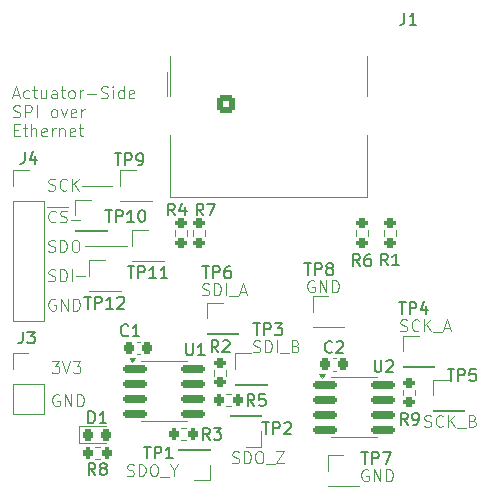
<source format=gbr>
%TF.GenerationSoftware,KiCad,Pcbnew,8.0.1*%
%TF.CreationDate,2024-08-08T22:12:17-07:00*%
%TF.ProjectId,spi_ethernet_mcu_side,7370695f-6574-4686-9572-6e65745f6d63,rev?*%
%TF.SameCoordinates,Original*%
%TF.FileFunction,Legend,Top*%
%TF.FilePolarity,Positive*%
%FSLAX46Y46*%
G04 Gerber Fmt 4.6, Leading zero omitted, Abs format (unit mm)*
G04 Created by KiCad (PCBNEW 8.0.1) date 2024-08-08 22:12:17*
%MOMM*%
%LPD*%
G01*
G04 APERTURE LIST*
G04 Aperture macros list*
%AMRoundRect*
0 Rectangle with rounded corners*
0 $1 Rounding radius*
0 $2 $3 $4 $5 $6 $7 $8 $9 X,Y pos of 4 corners*
0 Add a 4 corners polygon primitive as box body*
4,1,4,$2,$3,$4,$5,$6,$7,$8,$9,$2,$3,0*
0 Add four circle primitives for the rounded corners*
1,1,$1+$1,$2,$3*
1,1,$1+$1,$4,$5*
1,1,$1+$1,$6,$7*
1,1,$1+$1,$8,$9*
0 Add four rect primitives between the rounded corners*
20,1,$1+$1,$2,$3,$4,$5,0*
20,1,$1+$1,$4,$5,$6,$7,0*
20,1,$1+$1,$6,$7,$8,$9,0*
20,1,$1+$1,$8,$9,$2,$3,0*%
G04 Aperture macros list end*
%ADD10C,0.100000*%
%ADD11C,0.150000*%
%ADD12C,0.120000*%
%ADD13C,0.500000*%
%ADD14R,1.700000X1.700000*%
%ADD15RoundRect,0.200000X0.200000X0.275000X-0.200000X0.275000X-0.200000X-0.275000X0.200000X-0.275000X0*%
%ADD16RoundRect,0.218750X-0.218750X-0.256250X0.218750X-0.256250X0.218750X0.256250X-0.218750X0.256250X0*%
%ADD17RoundRect,0.200000X-0.275000X0.200000X-0.275000X-0.200000X0.275000X-0.200000X0.275000X0.200000X0*%
%ADD18RoundRect,0.200000X0.275000X-0.200000X0.275000X0.200000X-0.275000X0.200000X-0.275000X-0.200000X0*%
%ADD19RoundRect,0.225000X-0.225000X-0.250000X0.225000X-0.250000X0.225000X0.250000X-0.225000X0.250000X0*%
%ADD20RoundRect,0.150000X-0.825000X-0.150000X0.825000X-0.150000X0.825000X0.150000X-0.825000X0.150000X0*%
%ADD21C,2.200000*%
%ADD22C,2.700000*%
%ADD23C,1.500000*%
%ADD24RoundRect,0.250000X0.500000X0.500000X-0.500000X0.500000X-0.500000X-0.500000X0.500000X-0.500000X0*%
%ADD25C,3.250000*%
%ADD26O,1.700000X1.700000*%
G04 APERTURE END LIST*
D10*
X113817400Y-72491600D02*
X114579400Y-72491600D01*
X112222646Y-84470419D02*
X112841693Y-84470419D01*
X112841693Y-84470419D02*
X112508360Y-84851371D01*
X112508360Y-84851371D02*
X112651217Y-84851371D01*
X112651217Y-84851371D02*
X112746455Y-84898990D01*
X112746455Y-84898990D02*
X112794074Y-84946609D01*
X112794074Y-84946609D02*
X112841693Y-85041847D01*
X112841693Y-85041847D02*
X112841693Y-85279942D01*
X112841693Y-85279942D02*
X112794074Y-85375180D01*
X112794074Y-85375180D02*
X112746455Y-85422800D01*
X112746455Y-85422800D02*
X112651217Y-85470419D01*
X112651217Y-85470419D02*
X112365503Y-85470419D01*
X112365503Y-85470419D02*
X112270265Y-85422800D01*
X112270265Y-85422800D02*
X112222646Y-85375180D01*
X113127408Y-84470419D02*
X113460741Y-85470419D01*
X113460741Y-85470419D02*
X113794074Y-84470419D01*
X114032170Y-84470419D02*
X114651217Y-84470419D01*
X114651217Y-84470419D02*
X114317884Y-84851371D01*
X114317884Y-84851371D02*
X114460741Y-84851371D01*
X114460741Y-84851371D02*
X114555979Y-84898990D01*
X114555979Y-84898990D02*
X114603598Y-84946609D01*
X114603598Y-84946609D02*
X114651217Y-85041847D01*
X114651217Y-85041847D02*
X114651217Y-85279942D01*
X114651217Y-85279942D02*
X114603598Y-85375180D01*
X114603598Y-85375180D02*
X114555979Y-85422800D01*
X114555979Y-85422800D02*
X114460741Y-85470419D01*
X114460741Y-85470419D02*
X114175027Y-85470419D01*
X114175027Y-85470419D02*
X114079789Y-85422800D01*
X114079789Y-85422800D02*
X114032170Y-85375180D01*
X112841693Y-87312038D02*
X112746455Y-87264419D01*
X112746455Y-87264419D02*
X112603598Y-87264419D01*
X112603598Y-87264419D02*
X112460741Y-87312038D01*
X112460741Y-87312038D02*
X112365503Y-87407276D01*
X112365503Y-87407276D02*
X112317884Y-87502514D01*
X112317884Y-87502514D02*
X112270265Y-87692990D01*
X112270265Y-87692990D02*
X112270265Y-87835847D01*
X112270265Y-87835847D02*
X112317884Y-88026323D01*
X112317884Y-88026323D02*
X112365503Y-88121561D01*
X112365503Y-88121561D02*
X112460741Y-88216800D01*
X112460741Y-88216800D02*
X112603598Y-88264419D01*
X112603598Y-88264419D02*
X112698836Y-88264419D01*
X112698836Y-88264419D02*
X112841693Y-88216800D01*
X112841693Y-88216800D02*
X112889312Y-88169180D01*
X112889312Y-88169180D02*
X112889312Y-87835847D01*
X112889312Y-87835847D02*
X112698836Y-87835847D01*
X113317884Y-88264419D02*
X113317884Y-87264419D01*
X113317884Y-87264419D02*
X113889312Y-88264419D01*
X113889312Y-88264419D02*
X113889312Y-87264419D01*
X114365503Y-88264419D02*
X114365503Y-87264419D01*
X114365503Y-87264419D02*
X114603598Y-87264419D01*
X114603598Y-87264419D02*
X114746455Y-87312038D01*
X114746455Y-87312038D02*
X114841693Y-87407276D01*
X114841693Y-87407276D02*
X114889312Y-87502514D01*
X114889312Y-87502514D02*
X114936931Y-87692990D01*
X114936931Y-87692990D02*
X114936931Y-87835847D01*
X114936931Y-87835847D02*
X114889312Y-88026323D01*
X114889312Y-88026323D02*
X114841693Y-88121561D01*
X114841693Y-88121561D02*
X114746455Y-88216800D01*
X114746455Y-88216800D02*
X114603598Y-88264419D01*
X114603598Y-88264419D02*
X114365503Y-88264419D01*
X108968265Y-61898816D02*
X109444455Y-61898816D01*
X108873027Y-62184531D02*
X109206360Y-61184531D01*
X109206360Y-61184531D02*
X109539693Y-62184531D01*
X110301598Y-62136912D02*
X110206360Y-62184531D01*
X110206360Y-62184531D02*
X110015884Y-62184531D01*
X110015884Y-62184531D02*
X109920646Y-62136912D01*
X109920646Y-62136912D02*
X109873027Y-62089292D01*
X109873027Y-62089292D02*
X109825408Y-61994054D01*
X109825408Y-61994054D02*
X109825408Y-61708340D01*
X109825408Y-61708340D02*
X109873027Y-61613102D01*
X109873027Y-61613102D02*
X109920646Y-61565483D01*
X109920646Y-61565483D02*
X110015884Y-61517864D01*
X110015884Y-61517864D02*
X110206360Y-61517864D01*
X110206360Y-61517864D02*
X110301598Y-61565483D01*
X110587313Y-61517864D02*
X110968265Y-61517864D01*
X110730170Y-61184531D02*
X110730170Y-62041673D01*
X110730170Y-62041673D02*
X110777789Y-62136912D01*
X110777789Y-62136912D02*
X110873027Y-62184531D01*
X110873027Y-62184531D02*
X110968265Y-62184531D01*
X111730170Y-61517864D02*
X111730170Y-62184531D01*
X111301599Y-61517864D02*
X111301599Y-62041673D01*
X111301599Y-62041673D02*
X111349218Y-62136912D01*
X111349218Y-62136912D02*
X111444456Y-62184531D01*
X111444456Y-62184531D02*
X111587313Y-62184531D01*
X111587313Y-62184531D02*
X111682551Y-62136912D01*
X111682551Y-62136912D02*
X111730170Y-62089292D01*
X112634932Y-62184531D02*
X112634932Y-61660721D01*
X112634932Y-61660721D02*
X112587313Y-61565483D01*
X112587313Y-61565483D02*
X112492075Y-61517864D01*
X112492075Y-61517864D02*
X112301599Y-61517864D01*
X112301599Y-61517864D02*
X112206361Y-61565483D01*
X112634932Y-62136912D02*
X112539694Y-62184531D01*
X112539694Y-62184531D02*
X112301599Y-62184531D01*
X112301599Y-62184531D02*
X112206361Y-62136912D01*
X112206361Y-62136912D02*
X112158742Y-62041673D01*
X112158742Y-62041673D02*
X112158742Y-61946435D01*
X112158742Y-61946435D02*
X112206361Y-61851197D01*
X112206361Y-61851197D02*
X112301599Y-61803578D01*
X112301599Y-61803578D02*
X112539694Y-61803578D01*
X112539694Y-61803578D02*
X112634932Y-61755959D01*
X112968266Y-61517864D02*
X113349218Y-61517864D01*
X113111123Y-61184531D02*
X113111123Y-62041673D01*
X113111123Y-62041673D02*
X113158742Y-62136912D01*
X113158742Y-62136912D02*
X113253980Y-62184531D01*
X113253980Y-62184531D02*
X113349218Y-62184531D01*
X113825409Y-62184531D02*
X113730171Y-62136912D01*
X113730171Y-62136912D02*
X113682552Y-62089292D01*
X113682552Y-62089292D02*
X113634933Y-61994054D01*
X113634933Y-61994054D02*
X113634933Y-61708340D01*
X113634933Y-61708340D02*
X113682552Y-61613102D01*
X113682552Y-61613102D02*
X113730171Y-61565483D01*
X113730171Y-61565483D02*
X113825409Y-61517864D01*
X113825409Y-61517864D02*
X113968266Y-61517864D01*
X113968266Y-61517864D02*
X114063504Y-61565483D01*
X114063504Y-61565483D02*
X114111123Y-61613102D01*
X114111123Y-61613102D02*
X114158742Y-61708340D01*
X114158742Y-61708340D02*
X114158742Y-61994054D01*
X114158742Y-61994054D02*
X114111123Y-62089292D01*
X114111123Y-62089292D02*
X114063504Y-62136912D01*
X114063504Y-62136912D02*
X113968266Y-62184531D01*
X113968266Y-62184531D02*
X113825409Y-62184531D01*
X114587314Y-62184531D02*
X114587314Y-61517864D01*
X114587314Y-61708340D02*
X114634933Y-61613102D01*
X114634933Y-61613102D02*
X114682552Y-61565483D01*
X114682552Y-61565483D02*
X114777790Y-61517864D01*
X114777790Y-61517864D02*
X114873028Y-61517864D01*
X115206362Y-61803578D02*
X115968267Y-61803578D01*
X116396838Y-62136912D02*
X116539695Y-62184531D01*
X116539695Y-62184531D02*
X116777790Y-62184531D01*
X116777790Y-62184531D02*
X116873028Y-62136912D01*
X116873028Y-62136912D02*
X116920647Y-62089292D01*
X116920647Y-62089292D02*
X116968266Y-61994054D01*
X116968266Y-61994054D02*
X116968266Y-61898816D01*
X116968266Y-61898816D02*
X116920647Y-61803578D01*
X116920647Y-61803578D02*
X116873028Y-61755959D01*
X116873028Y-61755959D02*
X116777790Y-61708340D01*
X116777790Y-61708340D02*
X116587314Y-61660721D01*
X116587314Y-61660721D02*
X116492076Y-61613102D01*
X116492076Y-61613102D02*
X116444457Y-61565483D01*
X116444457Y-61565483D02*
X116396838Y-61470245D01*
X116396838Y-61470245D02*
X116396838Y-61375007D01*
X116396838Y-61375007D02*
X116444457Y-61279769D01*
X116444457Y-61279769D02*
X116492076Y-61232150D01*
X116492076Y-61232150D02*
X116587314Y-61184531D01*
X116587314Y-61184531D02*
X116825409Y-61184531D01*
X116825409Y-61184531D02*
X116968266Y-61232150D01*
X117396838Y-62184531D02*
X117396838Y-61517864D01*
X117396838Y-61184531D02*
X117349219Y-61232150D01*
X117349219Y-61232150D02*
X117396838Y-61279769D01*
X117396838Y-61279769D02*
X117444457Y-61232150D01*
X117444457Y-61232150D02*
X117396838Y-61184531D01*
X117396838Y-61184531D02*
X117396838Y-61279769D01*
X118301599Y-62184531D02*
X118301599Y-61184531D01*
X118301599Y-62136912D02*
X118206361Y-62184531D01*
X118206361Y-62184531D02*
X118015885Y-62184531D01*
X118015885Y-62184531D02*
X117920647Y-62136912D01*
X117920647Y-62136912D02*
X117873028Y-62089292D01*
X117873028Y-62089292D02*
X117825409Y-61994054D01*
X117825409Y-61994054D02*
X117825409Y-61708340D01*
X117825409Y-61708340D02*
X117873028Y-61613102D01*
X117873028Y-61613102D02*
X117920647Y-61565483D01*
X117920647Y-61565483D02*
X118015885Y-61517864D01*
X118015885Y-61517864D02*
X118206361Y-61517864D01*
X118206361Y-61517864D02*
X118301599Y-61565483D01*
X119158742Y-62136912D02*
X119063504Y-62184531D01*
X119063504Y-62184531D02*
X118873028Y-62184531D01*
X118873028Y-62184531D02*
X118777790Y-62136912D01*
X118777790Y-62136912D02*
X118730171Y-62041673D01*
X118730171Y-62041673D02*
X118730171Y-61660721D01*
X118730171Y-61660721D02*
X118777790Y-61565483D01*
X118777790Y-61565483D02*
X118873028Y-61517864D01*
X118873028Y-61517864D02*
X119063504Y-61517864D01*
X119063504Y-61517864D02*
X119158742Y-61565483D01*
X119158742Y-61565483D02*
X119206361Y-61660721D01*
X119206361Y-61660721D02*
X119206361Y-61755959D01*
X119206361Y-61755959D02*
X118730171Y-61851197D01*
X108968265Y-63746856D02*
X109111122Y-63794475D01*
X109111122Y-63794475D02*
X109349217Y-63794475D01*
X109349217Y-63794475D02*
X109444455Y-63746856D01*
X109444455Y-63746856D02*
X109492074Y-63699236D01*
X109492074Y-63699236D02*
X109539693Y-63603998D01*
X109539693Y-63603998D02*
X109539693Y-63508760D01*
X109539693Y-63508760D02*
X109492074Y-63413522D01*
X109492074Y-63413522D02*
X109444455Y-63365903D01*
X109444455Y-63365903D02*
X109349217Y-63318284D01*
X109349217Y-63318284D02*
X109158741Y-63270665D01*
X109158741Y-63270665D02*
X109063503Y-63223046D01*
X109063503Y-63223046D02*
X109015884Y-63175427D01*
X109015884Y-63175427D02*
X108968265Y-63080189D01*
X108968265Y-63080189D02*
X108968265Y-62984951D01*
X108968265Y-62984951D02*
X109015884Y-62889713D01*
X109015884Y-62889713D02*
X109063503Y-62842094D01*
X109063503Y-62842094D02*
X109158741Y-62794475D01*
X109158741Y-62794475D02*
X109396836Y-62794475D01*
X109396836Y-62794475D02*
X109539693Y-62842094D01*
X109968265Y-63794475D02*
X109968265Y-62794475D01*
X109968265Y-62794475D02*
X110349217Y-62794475D01*
X110349217Y-62794475D02*
X110444455Y-62842094D01*
X110444455Y-62842094D02*
X110492074Y-62889713D01*
X110492074Y-62889713D02*
X110539693Y-62984951D01*
X110539693Y-62984951D02*
X110539693Y-63127808D01*
X110539693Y-63127808D02*
X110492074Y-63223046D01*
X110492074Y-63223046D02*
X110444455Y-63270665D01*
X110444455Y-63270665D02*
X110349217Y-63318284D01*
X110349217Y-63318284D02*
X109968265Y-63318284D01*
X110968265Y-63794475D02*
X110968265Y-62794475D01*
X112349217Y-63794475D02*
X112253979Y-63746856D01*
X112253979Y-63746856D02*
X112206360Y-63699236D01*
X112206360Y-63699236D02*
X112158741Y-63603998D01*
X112158741Y-63603998D02*
X112158741Y-63318284D01*
X112158741Y-63318284D02*
X112206360Y-63223046D01*
X112206360Y-63223046D02*
X112253979Y-63175427D01*
X112253979Y-63175427D02*
X112349217Y-63127808D01*
X112349217Y-63127808D02*
X112492074Y-63127808D01*
X112492074Y-63127808D02*
X112587312Y-63175427D01*
X112587312Y-63175427D02*
X112634931Y-63223046D01*
X112634931Y-63223046D02*
X112682550Y-63318284D01*
X112682550Y-63318284D02*
X112682550Y-63603998D01*
X112682550Y-63603998D02*
X112634931Y-63699236D01*
X112634931Y-63699236D02*
X112587312Y-63746856D01*
X112587312Y-63746856D02*
X112492074Y-63794475D01*
X112492074Y-63794475D02*
X112349217Y-63794475D01*
X113015884Y-63127808D02*
X113253979Y-63794475D01*
X113253979Y-63794475D02*
X113492074Y-63127808D01*
X114253979Y-63746856D02*
X114158741Y-63794475D01*
X114158741Y-63794475D02*
X113968265Y-63794475D01*
X113968265Y-63794475D02*
X113873027Y-63746856D01*
X113873027Y-63746856D02*
X113825408Y-63651617D01*
X113825408Y-63651617D02*
X113825408Y-63270665D01*
X113825408Y-63270665D02*
X113873027Y-63175427D01*
X113873027Y-63175427D02*
X113968265Y-63127808D01*
X113968265Y-63127808D02*
X114158741Y-63127808D01*
X114158741Y-63127808D02*
X114253979Y-63175427D01*
X114253979Y-63175427D02*
X114301598Y-63270665D01*
X114301598Y-63270665D02*
X114301598Y-63365903D01*
X114301598Y-63365903D02*
X113825408Y-63461141D01*
X114730170Y-63794475D02*
X114730170Y-63127808D01*
X114730170Y-63318284D02*
X114777789Y-63223046D01*
X114777789Y-63223046D02*
X114825408Y-63175427D01*
X114825408Y-63175427D02*
X114920646Y-63127808D01*
X114920646Y-63127808D02*
X115015884Y-63127808D01*
X109015884Y-64880609D02*
X109349217Y-64880609D01*
X109492074Y-65404419D02*
X109015884Y-65404419D01*
X109015884Y-65404419D02*
X109015884Y-64404419D01*
X109015884Y-64404419D02*
X109492074Y-64404419D01*
X109777789Y-64737752D02*
X110158741Y-64737752D01*
X109920646Y-64404419D02*
X109920646Y-65261561D01*
X109920646Y-65261561D02*
X109968265Y-65356800D01*
X109968265Y-65356800D02*
X110063503Y-65404419D01*
X110063503Y-65404419D02*
X110158741Y-65404419D01*
X110492075Y-65404419D02*
X110492075Y-64404419D01*
X110920646Y-65404419D02*
X110920646Y-64880609D01*
X110920646Y-64880609D02*
X110873027Y-64785371D01*
X110873027Y-64785371D02*
X110777789Y-64737752D01*
X110777789Y-64737752D02*
X110634932Y-64737752D01*
X110634932Y-64737752D02*
X110539694Y-64785371D01*
X110539694Y-64785371D02*
X110492075Y-64832990D01*
X111777789Y-65356800D02*
X111682551Y-65404419D01*
X111682551Y-65404419D02*
X111492075Y-65404419D01*
X111492075Y-65404419D02*
X111396837Y-65356800D01*
X111396837Y-65356800D02*
X111349218Y-65261561D01*
X111349218Y-65261561D02*
X111349218Y-64880609D01*
X111349218Y-64880609D02*
X111396837Y-64785371D01*
X111396837Y-64785371D02*
X111492075Y-64737752D01*
X111492075Y-64737752D02*
X111682551Y-64737752D01*
X111682551Y-64737752D02*
X111777789Y-64785371D01*
X111777789Y-64785371D02*
X111825408Y-64880609D01*
X111825408Y-64880609D02*
X111825408Y-64975847D01*
X111825408Y-64975847D02*
X111349218Y-65071085D01*
X112253980Y-65404419D02*
X112253980Y-64737752D01*
X112253980Y-64928228D02*
X112301599Y-64832990D01*
X112301599Y-64832990D02*
X112349218Y-64785371D01*
X112349218Y-64785371D02*
X112444456Y-64737752D01*
X112444456Y-64737752D02*
X112539694Y-64737752D01*
X112873028Y-64737752D02*
X112873028Y-65404419D01*
X112873028Y-64832990D02*
X112920647Y-64785371D01*
X112920647Y-64785371D02*
X113015885Y-64737752D01*
X113015885Y-64737752D02*
X113158742Y-64737752D01*
X113158742Y-64737752D02*
X113253980Y-64785371D01*
X113253980Y-64785371D02*
X113301599Y-64880609D01*
X113301599Y-64880609D02*
X113301599Y-65404419D01*
X114158742Y-65356800D02*
X114063504Y-65404419D01*
X114063504Y-65404419D02*
X113873028Y-65404419D01*
X113873028Y-65404419D02*
X113777790Y-65356800D01*
X113777790Y-65356800D02*
X113730171Y-65261561D01*
X113730171Y-65261561D02*
X113730171Y-64880609D01*
X113730171Y-64880609D02*
X113777790Y-64785371D01*
X113777790Y-64785371D02*
X113873028Y-64737752D01*
X113873028Y-64737752D02*
X114063504Y-64737752D01*
X114063504Y-64737752D02*
X114158742Y-64785371D01*
X114158742Y-64785371D02*
X114206361Y-64880609D01*
X114206361Y-64880609D02*
X114206361Y-64975847D01*
X114206361Y-64975847D02*
X113730171Y-65071085D01*
X114492076Y-64737752D02*
X114873028Y-64737752D01*
X114634933Y-64404419D02*
X114634933Y-65261561D01*
X114634933Y-65261561D02*
X114682552Y-65356800D01*
X114682552Y-65356800D02*
X114777790Y-65404419D01*
X114777790Y-65404419D02*
X114873028Y-65404419D01*
X114808000Y-69596000D02*
X117348000Y-69596000D01*
X114300000Y-77216000D02*
X115062000Y-77216000D01*
X115062000Y-74676000D02*
X118618000Y-74676000D01*
X111940065Y-69960300D02*
X112082922Y-70007919D01*
X112082922Y-70007919D02*
X112321017Y-70007919D01*
X112321017Y-70007919D02*
X112416255Y-69960300D01*
X112416255Y-69960300D02*
X112463874Y-69912680D01*
X112463874Y-69912680D02*
X112511493Y-69817442D01*
X112511493Y-69817442D02*
X112511493Y-69722204D01*
X112511493Y-69722204D02*
X112463874Y-69626966D01*
X112463874Y-69626966D02*
X112416255Y-69579347D01*
X112416255Y-69579347D02*
X112321017Y-69531728D01*
X112321017Y-69531728D02*
X112130541Y-69484109D01*
X112130541Y-69484109D02*
X112035303Y-69436490D01*
X112035303Y-69436490D02*
X111987684Y-69388871D01*
X111987684Y-69388871D02*
X111940065Y-69293633D01*
X111940065Y-69293633D02*
X111940065Y-69198395D01*
X111940065Y-69198395D02*
X111987684Y-69103157D01*
X111987684Y-69103157D02*
X112035303Y-69055538D01*
X112035303Y-69055538D02*
X112130541Y-69007919D01*
X112130541Y-69007919D02*
X112368636Y-69007919D01*
X112368636Y-69007919D02*
X112511493Y-69055538D01*
X113511493Y-69912680D02*
X113463874Y-69960300D01*
X113463874Y-69960300D02*
X113321017Y-70007919D01*
X113321017Y-70007919D02*
X113225779Y-70007919D01*
X113225779Y-70007919D02*
X113082922Y-69960300D01*
X113082922Y-69960300D02*
X112987684Y-69865061D01*
X112987684Y-69865061D02*
X112940065Y-69769823D01*
X112940065Y-69769823D02*
X112892446Y-69579347D01*
X112892446Y-69579347D02*
X112892446Y-69436490D01*
X112892446Y-69436490D02*
X112940065Y-69246014D01*
X112940065Y-69246014D02*
X112987684Y-69150776D01*
X112987684Y-69150776D02*
X113082922Y-69055538D01*
X113082922Y-69055538D02*
X113225779Y-69007919D01*
X113225779Y-69007919D02*
X113321017Y-69007919D01*
X113321017Y-69007919D02*
X113463874Y-69055538D01*
X113463874Y-69055538D02*
X113511493Y-69103157D01*
X113940065Y-70007919D02*
X113940065Y-69007919D01*
X114511493Y-70007919D02*
X114082922Y-69436490D01*
X114511493Y-69007919D02*
X113940065Y-69579347D01*
X112559112Y-72615179D02*
X112511493Y-72662799D01*
X112511493Y-72662799D02*
X112368636Y-72710418D01*
X112368636Y-72710418D02*
X112273398Y-72710418D01*
X112273398Y-72710418D02*
X112130541Y-72662799D01*
X112130541Y-72662799D02*
X112035303Y-72567560D01*
X112035303Y-72567560D02*
X111987684Y-72472322D01*
X111987684Y-72472322D02*
X111940065Y-72281846D01*
X111940065Y-72281846D02*
X111940065Y-72138989D01*
X111940065Y-72138989D02*
X111987684Y-71948513D01*
X111987684Y-71948513D02*
X112035303Y-71853275D01*
X112035303Y-71853275D02*
X112130541Y-71758037D01*
X112130541Y-71758037D02*
X112273398Y-71710418D01*
X112273398Y-71710418D02*
X112368636Y-71710418D01*
X112368636Y-71710418D02*
X112511493Y-71758037D01*
X112511493Y-71758037D02*
X112559112Y-71805656D01*
X112940065Y-72662799D02*
X113082922Y-72710418D01*
X113082922Y-72710418D02*
X113321017Y-72710418D01*
X113321017Y-72710418D02*
X113416255Y-72662799D01*
X113416255Y-72662799D02*
X113463874Y-72615179D01*
X113463874Y-72615179D02*
X113511493Y-72519941D01*
X113511493Y-72519941D02*
X113511493Y-72424703D01*
X113511493Y-72424703D02*
X113463874Y-72329465D01*
X113463874Y-72329465D02*
X113416255Y-72281846D01*
X113416255Y-72281846D02*
X113321017Y-72234227D01*
X113321017Y-72234227D02*
X113130541Y-72186608D01*
X113130541Y-72186608D02*
X113035303Y-72138989D01*
X113035303Y-72138989D02*
X112987684Y-72091370D01*
X112987684Y-72091370D02*
X112940065Y-71996132D01*
X112940065Y-71996132D02*
X112940065Y-71900894D01*
X112940065Y-71900894D02*
X112987684Y-71805656D01*
X112987684Y-71805656D02*
X113035303Y-71758037D01*
X113035303Y-71758037D02*
X113130541Y-71710418D01*
X113130541Y-71710418D02*
X113368636Y-71710418D01*
X113368636Y-71710418D02*
X113511493Y-71758037D01*
X111849589Y-71432799D02*
X113601970Y-71432799D01*
X111940065Y-75148632D02*
X112082922Y-75196251D01*
X112082922Y-75196251D02*
X112321017Y-75196251D01*
X112321017Y-75196251D02*
X112416255Y-75148632D01*
X112416255Y-75148632D02*
X112463874Y-75101012D01*
X112463874Y-75101012D02*
X112511493Y-75005774D01*
X112511493Y-75005774D02*
X112511493Y-74910536D01*
X112511493Y-74910536D02*
X112463874Y-74815298D01*
X112463874Y-74815298D02*
X112416255Y-74767679D01*
X112416255Y-74767679D02*
X112321017Y-74720060D01*
X112321017Y-74720060D02*
X112130541Y-74672441D01*
X112130541Y-74672441D02*
X112035303Y-74624822D01*
X112035303Y-74624822D02*
X111987684Y-74577203D01*
X111987684Y-74577203D02*
X111940065Y-74481965D01*
X111940065Y-74481965D02*
X111940065Y-74386727D01*
X111940065Y-74386727D02*
X111987684Y-74291489D01*
X111987684Y-74291489D02*
X112035303Y-74243870D01*
X112035303Y-74243870D02*
X112130541Y-74196251D01*
X112130541Y-74196251D02*
X112368636Y-74196251D01*
X112368636Y-74196251D02*
X112511493Y-74243870D01*
X112940065Y-75196251D02*
X112940065Y-74196251D01*
X112940065Y-74196251D02*
X113178160Y-74196251D01*
X113178160Y-74196251D02*
X113321017Y-74243870D01*
X113321017Y-74243870D02*
X113416255Y-74339108D01*
X113416255Y-74339108D02*
X113463874Y-74434346D01*
X113463874Y-74434346D02*
X113511493Y-74624822D01*
X113511493Y-74624822D02*
X113511493Y-74767679D01*
X113511493Y-74767679D02*
X113463874Y-74958155D01*
X113463874Y-74958155D02*
X113416255Y-75053393D01*
X113416255Y-75053393D02*
X113321017Y-75148632D01*
X113321017Y-75148632D02*
X113178160Y-75196251D01*
X113178160Y-75196251D02*
X112940065Y-75196251D01*
X114130541Y-74196251D02*
X114321017Y-74196251D01*
X114321017Y-74196251D02*
X114416255Y-74243870D01*
X114416255Y-74243870D02*
X114511493Y-74339108D01*
X114511493Y-74339108D02*
X114559112Y-74529584D01*
X114559112Y-74529584D02*
X114559112Y-74862917D01*
X114559112Y-74862917D02*
X114511493Y-75053393D01*
X114511493Y-75053393D02*
X114416255Y-75148632D01*
X114416255Y-75148632D02*
X114321017Y-75196251D01*
X114321017Y-75196251D02*
X114130541Y-75196251D01*
X114130541Y-75196251D02*
X114035303Y-75148632D01*
X114035303Y-75148632D02*
X113940065Y-75053393D01*
X113940065Y-75053393D02*
X113892446Y-74862917D01*
X113892446Y-74862917D02*
X113892446Y-74529584D01*
X113892446Y-74529584D02*
X113940065Y-74339108D01*
X113940065Y-74339108D02*
X114035303Y-74243870D01*
X114035303Y-74243870D02*
X114130541Y-74196251D01*
X111940065Y-77634465D02*
X112082922Y-77682084D01*
X112082922Y-77682084D02*
X112321017Y-77682084D01*
X112321017Y-77682084D02*
X112416255Y-77634465D01*
X112416255Y-77634465D02*
X112463874Y-77586845D01*
X112463874Y-77586845D02*
X112511493Y-77491607D01*
X112511493Y-77491607D02*
X112511493Y-77396369D01*
X112511493Y-77396369D02*
X112463874Y-77301131D01*
X112463874Y-77301131D02*
X112416255Y-77253512D01*
X112416255Y-77253512D02*
X112321017Y-77205893D01*
X112321017Y-77205893D02*
X112130541Y-77158274D01*
X112130541Y-77158274D02*
X112035303Y-77110655D01*
X112035303Y-77110655D02*
X111987684Y-77063036D01*
X111987684Y-77063036D02*
X111940065Y-76967798D01*
X111940065Y-76967798D02*
X111940065Y-76872560D01*
X111940065Y-76872560D02*
X111987684Y-76777322D01*
X111987684Y-76777322D02*
X112035303Y-76729703D01*
X112035303Y-76729703D02*
X112130541Y-76682084D01*
X112130541Y-76682084D02*
X112368636Y-76682084D01*
X112368636Y-76682084D02*
X112511493Y-76729703D01*
X112940065Y-77682084D02*
X112940065Y-76682084D01*
X112940065Y-76682084D02*
X113178160Y-76682084D01*
X113178160Y-76682084D02*
X113321017Y-76729703D01*
X113321017Y-76729703D02*
X113416255Y-76824941D01*
X113416255Y-76824941D02*
X113463874Y-76920179D01*
X113463874Y-76920179D02*
X113511493Y-77110655D01*
X113511493Y-77110655D02*
X113511493Y-77253512D01*
X113511493Y-77253512D02*
X113463874Y-77443988D01*
X113463874Y-77443988D02*
X113416255Y-77539226D01*
X113416255Y-77539226D02*
X113321017Y-77634465D01*
X113321017Y-77634465D02*
X113178160Y-77682084D01*
X113178160Y-77682084D02*
X112940065Y-77682084D01*
X113940065Y-77682084D02*
X113940065Y-76682084D01*
X112511493Y-79215538D02*
X112416255Y-79167919D01*
X112416255Y-79167919D02*
X112273398Y-79167919D01*
X112273398Y-79167919D02*
X112130541Y-79215538D01*
X112130541Y-79215538D02*
X112035303Y-79310776D01*
X112035303Y-79310776D02*
X111987684Y-79406014D01*
X111987684Y-79406014D02*
X111940065Y-79596490D01*
X111940065Y-79596490D02*
X111940065Y-79739347D01*
X111940065Y-79739347D02*
X111987684Y-79929823D01*
X111987684Y-79929823D02*
X112035303Y-80025061D01*
X112035303Y-80025061D02*
X112130541Y-80120300D01*
X112130541Y-80120300D02*
X112273398Y-80167919D01*
X112273398Y-80167919D02*
X112368636Y-80167919D01*
X112368636Y-80167919D02*
X112511493Y-80120300D01*
X112511493Y-80120300D02*
X112559112Y-80072680D01*
X112559112Y-80072680D02*
X112559112Y-79739347D01*
X112559112Y-79739347D02*
X112368636Y-79739347D01*
X112987684Y-80167919D02*
X112987684Y-79167919D01*
X112987684Y-79167919D02*
X113559112Y-80167919D01*
X113559112Y-80167919D02*
X113559112Y-79167919D01*
X114035303Y-80167919D02*
X114035303Y-79167919D01*
X114035303Y-79167919D02*
X114273398Y-79167919D01*
X114273398Y-79167919D02*
X114416255Y-79215538D01*
X114416255Y-79215538D02*
X114511493Y-79310776D01*
X114511493Y-79310776D02*
X114559112Y-79406014D01*
X114559112Y-79406014D02*
X114606731Y-79596490D01*
X114606731Y-79596490D02*
X114606731Y-79739347D01*
X114606731Y-79739347D02*
X114559112Y-79929823D01*
X114559112Y-79929823D02*
X114511493Y-80025061D01*
X114511493Y-80025061D02*
X114416255Y-80120300D01*
X114416255Y-80120300D02*
X114273398Y-80167919D01*
X114273398Y-80167919D02*
X114035303Y-80167919D01*
X127510265Y-93042800D02*
X127653122Y-93090419D01*
X127653122Y-93090419D02*
X127891217Y-93090419D01*
X127891217Y-93090419D02*
X127986455Y-93042800D01*
X127986455Y-93042800D02*
X128034074Y-92995180D01*
X128034074Y-92995180D02*
X128081693Y-92899942D01*
X128081693Y-92899942D02*
X128081693Y-92804704D01*
X128081693Y-92804704D02*
X128034074Y-92709466D01*
X128034074Y-92709466D02*
X127986455Y-92661847D01*
X127986455Y-92661847D02*
X127891217Y-92614228D01*
X127891217Y-92614228D02*
X127700741Y-92566609D01*
X127700741Y-92566609D02*
X127605503Y-92518990D01*
X127605503Y-92518990D02*
X127557884Y-92471371D01*
X127557884Y-92471371D02*
X127510265Y-92376133D01*
X127510265Y-92376133D02*
X127510265Y-92280895D01*
X127510265Y-92280895D02*
X127557884Y-92185657D01*
X127557884Y-92185657D02*
X127605503Y-92138038D01*
X127605503Y-92138038D02*
X127700741Y-92090419D01*
X127700741Y-92090419D02*
X127938836Y-92090419D01*
X127938836Y-92090419D02*
X128081693Y-92138038D01*
X128510265Y-93090419D02*
X128510265Y-92090419D01*
X128510265Y-92090419D02*
X128748360Y-92090419D01*
X128748360Y-92090419D02*
X128891217Y-92138038D01*
X128891217Y-92138038D02*
X128986455Y-92233276D01*
X128986455Y-92233276D02*
X129034074Y-92328514D01*
X129034074Y-92328514D02*
X129081693Y-92518990D01*
X129081693Y-92518990D02*
X129081693Y-92661847D01*
X129081693Y-92661847D02*
X129034074Y-92852323D01*
X129034074Y-92852323D02*
X128986455Y-92947561D01*
X128986455Y-92947561D02*
X128891217Y-93042800D01*
X128891217Y-93042800D02*
X128748360Y-93090419D01*
X128748360Y-93090419D02*
X128510265Y-93090419D01*
X129700741Y-92090419D02*
X129891217Y-92090419D01*
X129891217Y-92090419D02*
X129986455Y-92138038D01*
X129986455Y-92138038D02*
X130081693Y-92233276D01*
X130081693Y-92233276D02*
X130129312Y-92423752D01*
X130129312Y-92423752D02*
X130129312Y-92757085D01*
X130129312Y-92757085D02*
X130081693Y-92947561D01*
X130081693Y-92947561D02*
X129986455Y-93042800D01*
X129986455Y-93042800D02*
X129891217Y-93090419D01*
X129891217Y-93090419D02*
X129700741Y-93090419D01*
X129700741Y-93090419D02*
X129605503Y-93042800D01*
X129605503Y-93042800D02*
X129510265Y-92947561D01*
X129510265Y-92947561D02*
X129462646Y-92757085D01*
X129462646Y-92757085D02*
X129462646Y-92423752D01*
X129462646Y-92423752D02*
X129510265Y-92233276D01*
X129510265Y-92233276D02*
X129605503Y-92138038D01*
X129605503Y-92138038D02*
X129700741Y-92090419D01*
X130319789Y-93185657D02*
X131081693Y-93185657D01*
X131224551Y-92090419D02*
X131891217Y-92090419D01*
X131891217Y-92090419D02*
X131224551Y-93090419D01*
X131224551Y-93090419D02*
X131891217Y-93090419D01*
X141734265Y-81866800D02*
X141877122Y-81914419D01*
X141877122Y-81914419D02*
X142115217Y-81914419D01*
X142115217Y-81914419D02*
X142210455Y-81866800D01*
X142210455Y-81866800D02*
X142258074Y-81819180D01*
X142258074Y-81819180D02*
X142305693Y-81723942D01*
X142305693Y-81723942D02*
X142305693Y-81628704D01*
X142305693Y-81628704D02*
X142258074Y-81533466D01*
X142258074Y-81533466D02*
X142210455Y-81485847D01*
X142210455Y-81485847D02*
X142115217Y-81438228D01*
X142115217Y-81438228D02*
X141924741Y-81390609D01*
X141924741Y-81390609D02*
X141829503Y-81342990D01*
X141829503Y-81342990D02*
X141781884Y-81295371D01*
X141781884Y-81295371D02*
X141734265Y-81200133D01*
X141734265Y-81200133D02*
X141734265Y-81104895D01*
X141734265Y-81104895D02*
X141781884Y-81009657D01*
X141781884Y-81009657D02*
X141829503Y-80962038D01*
X141829503Y-80962038D02*
X141924741Y-80914419D01*
X141924741Y-80914419D02*
X142162836Y-80914419D01*
X142162836Y-80914419D02*
X142305693Y-80962038D01*
X143305693Y-81819180D02*
X143258074Y-81866800D01*
X143258074Y-81866800D02*
X143115217Y-81914419D01*
X143115217Y-81914419D02*
X143019979Y-81914419D01*
X143019979Y-81914419D02*
X142877122Y-81866800D01*
X142877122Y-81866800D02*
X142781884Y-81771561D01*
X142781884Y-81771561D02*
X142734265Y-81676323D01*
X142734265Y-81676323D02*
X142686646Y-81485847D01*
X142686646Y-81485847D02*
X142686646Y-81342990D01*
X142686646Y-81342990D02*
X142734265Y-81152514D01*
X142734265Y-81152514D02*
X142781884Y-81057276D01*
X142781884Y-81057276D02*
X142877122Y-80962038D01*
X142877122Y-80962038D02*
X143019979Y-80914419D01*
X143019979Y-80914419D02*
X143115217Y-80914419D01*
X143115217Y-80914419D02*
X143258074Y-80962038D01*
X143258074Y-80962038D02*
X143305693Y-81009657D01*
X143734265Y-81914419D02*
X143734265Y-80914419D01*
X144305693Y-81914419D02*
X143877122Y-81342990D01*
X144305693Y-80914419D02*
X143734265Y-81485847D01*
X144496170Y-82009657D02*
X145258074Y-82009657D01*
X145448551Y-81628704D02*
X145924741Y-81628704D01*
X145353313Y-81914419D02*
X145686646Y-80914419D01*
X145686646Y-80914419D02*
X146019979Y-81914419D01*
X124970265Y-78818800D02*
X125113122Y-78866419D01*
X125113122Y-78866419D02*
X125351217Y-78866419D01*
X125351217Y-78866419D02*
X125446455Y-78818800D01*
X125446455Y-78818800D02*
X125494074Y-78771180D01*
X125494074Y-78771180D02*
X125541693Y-78675942D01*
X125541693Y-78675942D02*
X125541693Y-78580704D01*
X125541693Y-78580704D02*
X125494074Y-78485466D01*
X125494074Y-78485466D02*
X125446455Y-78437847D01*
X125446455Y-78437847D02*
X125351217Y-78390228D01*
X125351217Y-78390228D02*
X125160741Y-78342609D01*
X125160741Y-78342609D02*
X125065503Y-78294990D01*
X125065503Y-78294990D02*
X125017884Y-78247371D01*
X125017884Y-78247371D02*
X124970265Y-78152133D01*
X124970265Y-78152133D02*
X124970265Y-78056895D01*
X124970265Y-78056895D02*
X125017884Y-77961657D01*
X125017884Y-77961657D02*
X125065503Y-77914038D01*
X125065503Y-77914038D02*
X125160741Y-77866419D01*
X125160741Y-77866419D02*
X125398836Y-77866419D01*
X125398836Y-77866419D02*
X125541693Y-77914038D01*
X125970265Y-78866419D02*
X125970265Y-77866419D01*
X125970265Y-77866419D02*
X126208360Y-77866419D01*
X126208360Y-77866419D02*
X126351217Y-77914038D01*
X126351217Y-77914038D02*
X126446455Y-78009276D01*
X126446455Y-78009276D02*
X126494074Y-78104514D01*
X126494074Y-78104514D02*
X126541693Y-78294990D01*
X126541693Y-78294990D02*
X126541693Y-78437847D01*
X126541693Y-78437847D02*
X126494074Y-78628323D01*
X126494074Y-78628323D02*
X126446455Y-78723561D01*
X126446455Y-78723561D02*
X126351217Y-78818800D01*
X126351217Y-78818800D02*
X126208360Y-78866419D01*
X126208360Y-78866419D02*
X125970265Y-78866419D01*
X126970265Y-78866419D02*
X126970265Y-77866419D01*
X127208360Y-78961657D02*
X127970264Y-78961657D01*
X128160741Y-78580704D02*
X128636931Y-78580704D01*
X128065503Y-78866419D02*
X128398836Y-77866419D01*
X128398836Y-77866419D02*
X128732169Y-78866419D01*
X139003693Y-93662038D02*
X138908455Y-93614419D01*
X138908455Y-93614419D02*
X138765598Y-93614419D01*
X138765598Y-93614419D02*
X138622741Y-93662038D01*
X138622741Y-93662038D02*
X138527503Y-93757276D01*
X138527503Y-93757276D02*
X138479884Y-93852514D01*
X138479884Y-93852514D02*
X138432265Y-94042990D01*
X138432265Y-94042990D02*
X138432265Y-94185847D01*
X138432265Y-94185847D02*
X138479884Y-94376323D01*
X138479884Y-94376323D02*
X138527503Y-94471561D01*
X138527503Y-94471561D02*
X138622741Y-94566800D01*
X138622741Y-94566800D02*
X138765598Y-94614419D01*
X138765598Y-94614419D02*
X138860836Y-94614419D01*
X138860836Y-94614419D02*
X139003693Y-94566800D01*
X139003693Y-94566800D02*
X139051312Y-94519180D01*
X139051312Y-94519180D02*
X139051312Y-94185847D01*
X139051312Y-94185847D02*
X138860836Y-94185847D01*
X139479884Y-94614419D02*
X139479884Y-93614419D01*
X139479884Y-93614419D02*
X140051312Y-94614419D01*
X140051312Y-94614419D02*
X140051312Y-93614419D01*
X140527503Y-94614419D02*
X140527503Y-93614419D01*
X140527503Y-93614419D02*
X140765598Y-93614419D01*
X140765598Y-93614419D02*
X140908455Y-93662038D01*
X140908455Y-93662038D02*
X141003693Y-93757276D01*
X141003693Y-93757276D02*
X141051312Y-93852514D01*
X141051312Y-93852514D02*
X141098931Y-94042990D01*
X141098931Y-94042990D02*
X141098931Y-94185847D01*
X141098931Y-94185847D02*
X141051312Y-94376323D01*
X141051312Y-94376323D02*
X141003693Y-94471561D01*
X141003693Y-94471561D02*
X140908455Y-94566800D01*
X140908455Y-94566800D02*
X140765598Y-94614419D01*
X140765598Y-94614419D02*
X140527503Y-94614419D01*
X134431693Y-77660038D02*
X134336455Y-77612419D01*
X134336455Y-77612419D02*
X134193598Y-77612419D01*
X134193598Y-77612419D02*
X134050741Y-77660038D01*
X134050741Y-77660038D02*
X133955503Y-77755276D01*
X133955503Y-77755276D02*
X133907884Y-77850514D01*
X133907884Y-77850514D02*
X133860265Y-78040990D01*
X133860265Y-78040990D02*
X133860265Y-78183847D01*
X133860265Y-78183847D02*
X133907884Y-78374323D01*
X133907884Y-78374323D02*
X133955503Y-78469561D01*
X133955503Y-78469561D02*
X134050741Y-78564800D01*
X134050741Y-78564800D02*
X134193598Y-78612419D01*
X134193598Y-78612419D02*
X134288836Y-78612419D01*
X134288836Y-78612419D02*
X134431693Y-78564800D01*
X134431693Y-78564800D02*
X134479312Y-78517180D01*
X134479312Y-78517180D02*
X134479312Y-78183847D01*
X134479312Y-78183847D02*
X134288836Y-78183847D01*
X134907884Y-78612419D02*
X134907884Y-77612419D01*
X134907884Y-77612419D02*
X135479312Y-78612419D01*
X135479312Y-78612419D02*
X135479312Y-77612419D01*
X135955503Y-78612419D02*
X135955503Y-77612419D01*
X135955503Y-77612419D02*
X136193598Y-77612419D01*
X136193598Y-77612419D02*
X136336455Y-77660038D01*
X136336455Y-77660038D02*
X136431693Y-77755276D01*
X136431693Y-77755276D02*
X136479312Y-77850514D01*
X136479312Y-77850514D02*
X136526931Y-78040990D01*
X136526931Y-78040990D02*
X136526931Y-78183847D01*
X136526931Y-78183847D02*
X136479312Y-78374323D01*
X136479312Y-78374323D02*
X136431693Y-78469561D01*
X136431693Y-78469561D02*
X136336455Y-78564800D01*
X136336455Y-78564800D02*
X136193598Y-78612419D01*
X136193598Y-78612419D02*
X135955503Y-78612419D01*
X118594865Y-94135000D02*
X118737722Y-94182619D01*
X118737722Y-94182619D02*
X118975817Y-94182619D01*
X118975817Y-94182619D02*
X119071055Y-94135000D01*
X119071055Y-94135000D02*
X119118674Y-94087380D01*
X119118674Y-94087380D02*
X119166293Y-93992142D01*
X119166293Y-93992142D02*
X119166293Y-93896904D01*
X119166293Y-93896904D02*
X119118674Y-93801666D01*
X119118674Y-93801666D02*
X119071055Y-93754047D01*
X119071055Y-93754047D02*
X118975817Y-93706428D01*
X118975817Y-93706428D02*
X118785341Y-93658809D01*
X118785341Y-93658809D02*
X118690103Y-93611190D01*
X118690103Y-93611190D02*
X118642484Y-93563571D01*
X118642484Y-93563571D02*
X118594865Y-93468333D01*
X118594865Y-93468333D02*
X118594865Y-93373095D01*
X118594865Y-93373095D02*
X118642484Y-93277857D01*
X118642484Y-93277857D02*
X118690103Y-93230238D01*
X118690103Y-93230238D02*
X118785341Y-93182619D01*
X118785341Y-93182619D02*
X119023436Y-93182619D01*
X119023436Y-93182619D02*
X119166293Y-93230238D01*
X119594865Y-94182619D02*
X119594865Y-93182619D01*
X119594865Y-93182619D02*
X119832960Y-93182619D01*
X119832960Y-93182619D02*
X119975817Y-93230238D01*
X119975817Y-93230238D02*
X120071055Y-93325476D01*
X120071055Y-93325476D02*
X120118674Y-93420714D01*
X120118674Y-93420714D02*
X120166293Y-93611190D01*
X120166293Y-93611190D02*
X120166293Y-93754047D01*
X120166293Y-93754047D02*
X120118674Y-93944523D01*
X120118674Y-93944523D02*
X120071055Y-94039761D01*
X120071055Y-94039761D02*
X119975817Y-94135000D01*
X119975817Y-94135000D02*
X119832960Y-94182619D01*
X119832960Y-94182619D02*
X119594865Y-94182619D01*
X120785341Y-93182619D02*
X120975817Y-93182619D01*
X120975817Y-93182619D02*
X121071055Y-93230238D01*
X121071055Y-93230238D02*
X121166293Y-93325476D01*
X121166293Y-93325476D02*
X121213912Y-93515952D01*
X121213912Y-93515952D02*
X121213912Y-93849285D01*
X121213912Y-93849285D02*
X121166293Y-94039761D01*
X121166293Y-94039761D02*
X121071055Y-94135000D01*
X121071055Y-94135000D02*
X120975817Y-94182619D01*
X120975817Y-94182619D02*
X120785341Y-94182619D01*
X120785341Y-94182619D02*
X120690103Y-94135000D01*
X120690103Y-94135000D02*
X120594865Y-94039761D01*
X120594865Y-94039761D02*
X120547246Y-93849285D01*
X120547246Y-93849285D02*
X120547246Y-93515952D01*
X120547246Y-93515952D02*
X120594865Y-93325476D01*
X120594865Y-93325476D02*
X120690103Y-93230238D01*
X120690103Y-93230238D02*
X120785341Y-93182619D01*
X121404389Y-94277857D02*
X122166293Y-94277857D01*
X122594865Y-93706428D02*
X122594865Y-94182619D01*
X122261532Y-93182619D02*
X122594865Y-93706428D01*
X122594865Y-93706428D02*
X122928198Y-93182619D01*
X129288265Y-83644800D02*
X129431122Y-83692419D01*
X129431122Y-83692419D02*
X129669217Y-83692419D01*
X129669217Y-83692419D02*
X129764455Y-83644800D01*
X129764455Y-83644800D02*
X129812074Y-83597180D01*
X129812074Y-83597180D02*
X129859693Y-83501942D01*
X129859693Y-83501942D02*
X129859693Y-83406704D01*
X129859693Y-83406704D02*
X129812074Y-83311466D01*
X129812074Y-83311466D02*
X129764455Y-83263847D01*
X129764455Y-83263847D02*
X129669217Y-83216228D01*
X129669217Y-83216228D02*
X129478741Y-83168609D01*
X129478741Y-83168609D02*
X129383503Y-83120990D01*
X129383503Y-83120990D02*
X129335884Y-83073371D01*
X129335884Y-83073371D02*
X129288265Y-82978133D01*
X129288265Y-82978133D02*
X129288265Y-82882895D01*
X129288265Y-82882895D02*
X129335884Y-82787657D01*
X129335884Y-82787657D02*
X129383503Y-82740038D01*
X129383503Y-82740038D02*
X129478741Y-82692419D01*
X129478741Y-82692419D02*
X129716836Y-82692419D01*
X129716836Y-82692419D02*
X129859693Y-82740038D01*
X130288265Y-83692419D02*
X130288265Y-82692419D01*
X130288265Y-82692419D02*
X130526360Y-82692419D01*
X130526360Y-82692419D02*
X130669217Y-82740038D01*
X130669217Y-82740038D02*
X130764455Y-82835276D01*
X130764455Y-82835276D02*
X130812074Y-82930514D01*
X130812074Y-82930514D02*
X130859693Y-83120990D01*
X130859693Y-83120990D02*
X130859693Y-83263847D01*
X130859693Y-83263847D02*
X130812074Y-83454323D01*
X130812074Y-83454323D02*
X130764455Y-83549561D01*
X130764455Y-83549561D02*
X130669217Y-83644800D01*
X130669217Y-83644800D02*
X130526360Y-83692419D01*
X130526360Y-83692419D02*
X130288265Y-83692419D01*
X131288265Y-83692419D02*
X131288265Y-82692419D01*
X131526360Y-83787657D02*
X132288264Y-83787657D01*
X132859693Y-83168609D02*
X133002550Y-83216228D01*
X133002550Y-83216228D02*
X133050169Y-83263847D01*
X133050169Y-83263847D02*
X133097788Y-83359085D01*
X133097788Y-83359085D02*
X133097788Y-83501942D01*
X133097788Y-83501942D02*
X133050169Y-83597180D01*
X133050169Y-83597180D02*
X133002550Y-83644800D01*
X133002550Y-83644800D02*
X132907312Y-83692419D01*
X132907312Y-83692419D02*
X132526360Y-83692419D01*
X132526360Y-83692419D02*
X132526360Y-82692419D01*
X132526360Y-82692419D02*
X132859693Y-82692419D01*
X132859693Y-82692419D02*
X132954931Y-82740038D01*
X132954931Y-82740038D02*
X133002550Y-82787657D01*
X133002550Y-82787657D02*
X133050169Y-82882895D01*
X133050169Y-82882895D02*
X133050169Y-82978133D01*
X133050169Y-82978133D02*
X133002550Y-83073371D01*
X133002550Y-83073371D02*
X132954931Y-83120990D01*
X132954931Y-83120990D02*
X132859693Y-83168609D01*
X132859693Y-83168609D02*
X132526360Y-83168609D01*
X143766265Y-89969400D02*
X143909122Y-90017019D01*
X143909122Y-90017019D02*
X144147217Y-90017019D01*
X144147217Y-90017019D02*
X144242455Y-89969400D01*
X144242455Y-89969400D02*
X144290074Y-89921780D01*
X144290074Y-89921780D02*
X144337693Y-89826542D01*
X144337693Y-89826542D02*
X144337693Y-89731304D01*
X144337693Y-89731304D02*
X144290074Y-89636066D01*
X144290074Y-89636066D02*
X144242455Y-89588447D01*
X144242455Y-89588447D02*
X144147217Y-89540828D01*
X144147217Y-89540828D02*
X143956741Y-89493209D01*
X143956741Y-89493209D02*
X143861503Y-89445590D01*
X143861503Y-89445590D02*
X143813884Y-89397971D01*
X143813884Y-89397971D02*
X143766265Y-89302733D01*
X143766265Y-89302733D02*
X143766265Y-89207495D01*
X143766265Y-89207495D02*
X143813884Y-89112257D01*
X143813884Y-89112257D02*
X143861503Y-89064638D01*
X143861503Y-89064638D02*
X143956741Y-89017019D01*
X143956741Y-89017019D02*
X144194836Y-89017019D01*
X144194836Y-89017019D02*
X144337693Y-89064638D01*
X145337693Y-89921780D02*
X145290074Y-89969400D01*
X145290074Y-89969400D02*
X145147217Y-90017019D01*
X145147217Y-90017019D02*
X145051979Y-90017019D01*
X145051979Y-90017019D02*
X144909122Y-89969400D01*
X144909122Y-89969400D02*
X144813884Y-89874161D01*
X144813884Y-89874161D02*
X144766265Y-89778923D01*
X144766265Y-89778923D02*
X144718646Y-89588447D01*
X144718646Y-89588447D02*
X144718646Y-89445590D01*
X144718646Y-89445590D02*
X144766265Y-89255114D01*
X144766265Y-89255114D02*
X144813884Y-89159876D01*
X144813884Y-89159876D02*
X144909122Y-89064638D01*
X144909122Y-89064638D02*
X145051979Y-89017019D01*
X145051979Y-89017019D02*
X145147217Y-89017019D01*
X145147217Y-89017019D02*
X145290074Y-89064638D01*
X145290074Y-89064638D02*
X145337693Y-89112257D01*
X145766265Y-90017019D02*
X145766265Y-89017019D01*
X146337693Y-90017019D02*
X145909122Y-89445590D01*
X146337693Y-89017019D02*
X145766265Y-89588447D01*
X146528170Y-90112257D02*
X147290074Y-90112257D01*
X147861503Y-89493209D02*
X148004360Y-89540828D01*
X148004360Y-89540828D02*
X148051979Y-89588447D01*
X148051979Y-89588447D02*
X148099598Y-89683685D01*
X148099598Y-89683685D02*
X148099598Y-89826542D01*
X148099598Y-89826542D02*
X148051979Y-89921780D01*
X148051979Y-89921780D02*
X148004360Y-89969400D01*
X148004360Y-89969400D02*
X147909122Y-90017019D01*
X147909122Y-90017019D02*
X147528170Y-90017019D01*
X147528170Y-90017019D02*
X147528170Y-89017019D01*
X147528170Y-89017019D02*
X147861503Y-89017019D01*
X147861503Y-89017019D02*
X147956741Y-89064638D01*
X147956741Y-89064638D02*
X148004360Y-89112257D01*
X148004360Y-89112257D02*
X148051979Y-89207495D01*
X148051979Y-89207495D02*
X148051979Y-89302733D01*
X148051979Y-89302733D02*
X148004360Y-89397971D01*
X148004360Y-89397971D02*
X147956741Y-89445590D01*
X147956741Y-89445590D02*
X147861503Y-89493209D01*
X147861503Y-89493209D02*
X147528170Y-89493209D01*
D11*
X145727895Y-85129019D02*
X146299323Y-85129019D01*
X146013609Y-86129019D02*
X146013609Y-85129019D01*
X146632657Y-86129019D02*
X146632657Y-85129019D01*
X146632657Y-85129019D02*
X147013609Y-85129019D01*
X147013609Y-85129019D02*
X147108847Y-85176638D01*
X147108847Y-85176638D02*
X147156466Y-85224257D01*
X147156466Y-85224257D02*
X147204085Y-85319495D01*
X147204085Y-85319495D02*
X147204085Y-85462352D01*
X147204085Y-85462352D02*
X147156466Y-85557590D01*
X147156466Y-85557590D02*
X147108847Y-85605209D01*
X147108847Y-85605209D02*
X147013609Y-85652828D01*
X147013609Y-85652828D02*
X146632657Y-85652828D01*
X148108847Y-85129019D02*
X147632657Y-85129019D01*
X147632657Y-85129019D02*
X147585038Y-85605209D01*
X147585038Y-85605209D02*
X147632657Y-85557590D01*
X147632657Y-85557590D02*
X147727895Y-85509971D01*
X147727895Y-85509971D02*
X147965990Y-85509971D01*
X147965990Y-85509971D02*
X148061228Y-85557590D01*
X148061228Y-85557590D02*
X148108847Y-85605209D01*
X148108847Y-85605209D02*
X148156466Y-85700447D01*
X148156466Y-85700447D02*
X148156466Y-85938542D01*
X148156466Y-85938542D02*
X148108847Y-86033780D01*
X148108847Y-86033780D02*
X148061228Y-86081400D01*
X148061228Y-86081400D02*
X147965990Y-86129019D01*
X147965990Y-86129019D02*
X147727895Y-86129019D01*
X147727895Y-86129019D02*
X147632657Y-86081400D01*
X147632657Y-86081400D02*
X147585038Y-86033780D01*
X141613095Y-79439419D02*
X142184523Y-79439419D01*
X141898809Y-80439419D02*
X141898809Y-79439419D01*
X142517857Y-80439419D02*
X142517857Y-79439419D01*
X142517857Y-79439419D02*
X142898809Y-79439419D01*
X142898809Y-79439419D02*
X142994047Y-79487038D01*
X142994047Y-79487038D02*
X143041666Y-79534657D01*
X143041666Y-79534657D02*
X143089285Y-79629895D01*
X143089285Y-79629895D02*
X143089285Y-79772752D01*
X143089285Y-79772752D02*
X143041666Y-79867990D01*
X143041666Y-79867990D02*
X142994047Y-79915609D01*
X142994047Y-79915609D02*
X142898809Y-79963228D01*
X142898809Y-79963228D02*
X142517857Y-79963228D01*
X143946428Y-79772752D02*
X143946428Y-80439419D01*
X143708333Y-79391800D02*
X143470238Y-80106085D01*
X143470238Y-80106085D02*
X144089285Y-80106085D01*
X115911333Y-94086819D02*
X115578000Y-93610628D01*
X115339905Y-94086819D02*
X115339905Y-93086819D01*
X115339905Y-93086819D02*
X115720857Y-93086819D01*
X115720857Y-93086819D02*
X115816095Y-93134438D01*
X115816095Y-93134438D02*
X115863714Y-93182057D01*
X115863714Y-93182057D02*
X115911333Y-93277295D01*
X115911333Y-93277295D02*
X115911333Y-93420152D01*
X115911333Y-93420152D02*
X115863714Y-93515390D01*
X115863714Y-93515390D02*
X115816095Y-93563009D01*
X115816095Y-93563009D02*
X115720857Y-93610628D01*
X115720857Y-93610628D02*
X115339905Y-93610628D01*
X116482762Y-93515390D02*
X116387524Y-93467771D01*
X116387524Y-93467771D02*
X116339905Y-93420152D01*
X116339905Y-93420152D02*
X116292286Y-93324914D01*
X116292286Y-93324914D02*
X116292286Y-93277295D01*
X116292286Y-93277295D02*
X116339905Y-93182057D01*
X116339905Y-93182057D02*
X116387524Y-93134438D01*
X116387524Y-93134438D02*
X116482762Y-93086819D01*
X116482762Y-93086819D02*
X116673238Y-93086819D01*
X116673238Y-93086819D02*
X116768476Y-93134438D01*
X116768476Y-93134438D02*
X116816095Y-93182057D01*
X116816095Y-93182057D02*
X116863714Y-93277295D01*
X116863714Y-93277295D02*
X116863714Y-93324914D01*
X116863714Y-93324914D02*
X116816095Y-93420152D01*
X116816095Y-93420152D02*
X116768476Y-93467771D01*
X116768476Y-93467771D02*
X116673238Y-93515390D01*
X116673238Y-93515390D02*
X116482762Y-93515390D01*
X116482762Y-93515390D02*
X116387524Y-93563009D01*
X116387524Y-93563009D02*
X116339905Y-93610628D01*
X116339905Y-93610628D02*
X116292286Y-93705866D01*
X116292286Y-93705866D02*
X116292286Y-93896342D01*
X116292286Y-93896342D02*
X116339905Y-93991580D01*
X116339905Y-93991580D02*
X116387524Y-94039200D01*
X116387524Y-94039200D02*
X116482762Y-94086819D01*
X116482762Y-94086819D02*
X116673238Y-94086819D01*
X116673238Y-94086819D02*
X116768476Y-94039200D01*
X116768476Y-94039200D02*
X116816095Y-93991580D01*
X116816095Y-93991580D02*
X116863714Y-93896342D01*
X116863714Y-93896342D02*
X116863714Y-93705866D01*
X116863714Y-93705866D02*
X116816095Y-93610628D01*
X116816095Y-93610628D02*
X116768476Y-93563009D01*
X116768476Y-93563009D02*
X116673238Y-93515390D01*
X115314405Y-89702819D02*
X115314405Y-88702819D01*
X115314405Y-88702819D02*
X115552500Y-88702819D01*
X115552500Y-88702819D02*
X115695357Y-88750438D01*
X115695357Y-88750438D02*
X115790595Y-88845676D01*
X115790595Y-88845676D02*
X115838214Y-88940914D01*
X115838214Y-88940914D02*
X115885833Y-89131390D01*
X115885833Y-89131390D02*
X115885833Y-89274247D01*
X115885833Y-89274247D02*
X115838214Y-89464723D01*
X115838214Y-89464723D02*
X115790595Y-89559961D01*
X115790595Y-89559961D02*
X115695357Y-89655200D01*
X115695357Y-89655200D02*
X115552500Y-89702819D01*
X115552500Y-89702819D02*
X115314405Y-89702819D01*
X116838214Y-89702819D02*
X116266786Y-89702819D01*
X116552500Y-89702819D02*
X116552500Y-88702819D01*
X116552500Y-88702819D02*
X116457262Y-88845676D01*
X116457262Y-88845676D02*
X116362024Y-88940914D01*
X116362024Y-88940914D02*
X116266786Y-88988533D01*
X126325333Y-83690619D02*
X125992000Y-83214428D01*
X125753905Y-83690619D02*
X125753905Y-82690619D01*
X125753905Y-82690619D02*
X126134857Y-82690619D01*
X126134857Y-82690619D02*
X126230095Y-82738238D01*
X126230095Y-82738238D02*
X126277714Y-82785857D01*
X126277714Y-82785857D02*
X126325333Y-82881095D01*
X126325333Y-82881095D02*
X126325333Y-83023952D01*
X126325333Y-83023952D02*
X126277714Y-83119190D01*
X126277714Y-83119190D02*
X126230095Y-83166809D01*
X126230095Y-83166809D02*
X126134857Y-83214428D01*
X126134857Y-83214428D02*
X125753905Y-83214428D01*
X126706286Y-82785857D02*
X126753905Y-82738238D01*
X126753905Y-82738238D02*
X126849143Y-82690619D01*
X126849143Y-82690619D02*
X127087238Y-82690619D01*
X127087238Y-82690619D02*
X127182476Y-82738238D01*
X127182476Y-82738238D02*
X127230095Y-82785857D01*
X127230095Y-82785857D02*
X127277714Y-82881095D01*
X127277714Y-82881095D02*
X127277714Y-82976333D01*
X127277714Y-82976333D02*
X127230095Y-83119190D01*
X127230095Y-83119190D02*
X126658667Y-83690619D01*
X126658667Y-83690619D02*
X127277714Y-83690619D01*
X138316133Y-76400819D02*
X137982800Y-75924628D01*
X137744705Y-76400819D02*
X137744705Y-75400819D01*
X137744705Y-75400819D02*
X138125657Y-75400819D01*
X138125657Y-75400819D02*
X138220895Y-75448438D01*
X138220895Y-75448438D02*
X138268514Y-75496057D01*
X138268514Y-75496057D02*
X138316133Y-75591295D01*
X138316133Y-75591295D02*
X138316133Y-75734152D01*
X138316133Y-75734152D02*
X138268514Y-75829390D01*
X138268514Y-75829390D02*
X138220895Y-75877009D01*
X138220895Y-75877009D02*
X138125657Y-75924628D01*
X138125657Y-75924628D02*
X137744705Y-75924628D01*
X139173276Y-75400819D02*
X138982800Y-75400819D01*
X138982800Y-75400819D02*
X138887562Y-75448438D01*
X138887562Y-75448438D02*
X138839943Y-75496057D01*
X138839943Y-75496057D02*
X138744705Y-75638914D01*
X138744705Y-75638914D02*
X138697086Y-75829390D01*
X138697086Y-75829390D02*
X138697086Y-76210342D01*
X138697086Y-76210342D02*
X138744705Y-76305580D01*
X138744705Y-76305580D02*
X138792324Y-76353200D01*
X138792324Y-76353200D02*
X138887562Y-76400819D01*
X138887562Y-76400819D02*
X139078038Y-76400819D01*
X139078038Y-76400819D02*
X139173276Y-76353200D01*
X139173276Y-76353200D02*
X139220895Y-76305580D01*
X139220895Y-76305580D02*
X139268514Y-76210342D01*
X139268514Y-76210342D02*
X139268514Y-75972247D01*
X139268514Y-75972247D02*
X139220895Y-75877009D01*
X139220895Y-75877009D02*
X139173276Y-75829390D01*
X139173276Y-75829390D02*
X139078038Y-75781771D01*
X139078038Y-75781771D02*
X138887562Y-75781771D01*
X138887562Y-75781771D02*
X138792324Y-75829390D01*
X138792324Y-75829390D02*
X138744705Y-75877009D01*
X138744705Y-75877009D02*
X138697086Y-75972247D01*
X130056095Y-89624819D02*
X130627523Y-89624819D01*
X130341809Y-90624819D02*
X130341809Y-89624819D01*
X130960857Y-90624819D02*
X130960857Y-89624819D01*
X130960857Y-89624819D02*
X131341809Y-89624819D01*
X131341809Y-89624819D02*
X131437047Y-89672438D01*
X131437047Y-89672438D02*
X131484666Y-89720057D01*
X131484666Y-89720057D02*
X131532285Y-89815295D01*
X131532285Y-89815295D02*
X131532285Y-89958152D01*
X131532285Y-89958152D02*
X131484666Y-90053390D01*
X131484666Y-90053390D02*
X131437047Y-90101009D01*
X131437047Y-90101009D02*
X131341809Y-90148628D01*
X131341809Y-90148628D02*
X130960857Y-90148628D01*
X131913238Y-89720057D02*
X131960857Y-89672438D01*
X131960857Y-89672438D02*
X132056095Y-89624819D01*
X132056095Y-89624819D02*
X132294190Y-89624819D01*
X132294190Y-89624819D02*
X132389428Y-89672438D01*
X132389428Y-89672438D02*
X132437047Y-89720057D01*
X132437047Y-89720057D02*
X132484666Y-89815295D01*
X132484666Y-89815295D02*
X132484666Y-89910533D01*
X132484666Y-89910533D02*
X132437047Y-90053390D01*
X132437047Y-90053390D02*
X131865619Y-90624819D01*
X131865619Y-90624819D02*
X132484666Y-90624819D01*
X120023095Y-91682219D02*
X120594523Y-91682219D01*
X120308809Y-92682219D02*
X120308809Y-91682219D01*
X120927857Y-92682219D02*
X120927857Y-91682219D01*
X120927857Y-91682219D02*
X121308809Y-91682219D01*
X121308809Y-91682219D02*
X121404047Y-91729838D01*
X121404047Y-91729838D02*
X121451666Y-91777457D01*
X121451666Y-91777457D02*
X121499285Y-91872695D01*
X121499285Y-91872695D02*
X121499285Y-92015552D01*
X121499285Y-92015552D02*
X121451666Y-92110790D01*
X121451666Y-92110790D02*
X121404047Y-92158409D01*
X121404047Y-92158409D02*
X121308809Y-92206028D01*
X121308809Y-92206028D02*
X120927857Y-92206028D01*
X122451666Y-92682219D02*
X121880238Y-92682219D01*
X122165952Y-92682219D02*
X122165952Y-91682219D01*
X122165952Y-91682219D02*
X122070714Y-91825076D01*
X122070714Y-91825076D02*
X121975476Y-91920314D01*
X121975476Y-91920314D02*
X121880238Y-91967933D01*
X135964933Y-83663980D02*
X135917314Y-83711600D01*
X135917314Y-83711600D02*
X135774457Y-83759219D01*
X135774457Y-83759219D02*
X135679219Y-83759219D01*
X135679219Y-83759219D02*
X135536362Y-83711600D01*
X135536362Y-83711600D02*
X135441124Y-83616361D01*
X135441124Y-83616361D02*
X135393505Y-83521123D01*
X135393505Y-83521123D02*
X135345886Y-83330647D01*
X135345886Y-83330647D02*
X135345886Y-83187790D01*
X135345886Y-83187790D02*
X135393505Y-82997314D01*
X135393505Y-82997314D02*
X135441124Y-82902076D01*
X135441124Y-82902076D02*
X135536362Y-82806838D01*
X135536362Y-82806838D02*
X135679219Y-82759219D01*
X135679219Y-82759219D02*
X135774457Y-82759219D01*
X135774457Y-82759219D02*
X135917314Y-82806838D01*
X135917314Y-82806838D02*
X135964933Y-82854457D01*
X136345886Y-82854457D02*
X136393505Y-82806838D01*
X136393505Y-82806838D02*
X136488743Y-82759219D01*
X136488743Y-82759219D02*
X136726838Y-82759219D01*
X136726838Y-82759219D02*
X136822076Y-82806838D01*
X136822076Y-82806838D02*
X136869695Y-82854457D01*
X136869695Y-82854457D02*
X136917314Y-82949695D01*
X136917314Y-82949695D02*
X136917314Y-83044933D01*
X136917314Y-83044933D02*
X136869695Y-83187790D01*
X136869695Y-83187790D02*
X136298267Y-83759219D01*
X136298267Y-83759219D02*
X136917314Y-83759219D01*
X123596495Y-82944619D02*
X123596495Y-83754142D01*
X123596495Y-83754142D02*
X123644114Y-83849380D01*
X123644114Y-83849380D02*
X123691733Y-83897000D01*
X123691733Y-83897000D02*
X123786971Y-83944619D01*
X123786971Y-83944619D02*
X123977447Y-83944619D01*
X123977447Y-83944619D02*
X124072685Y-83897000D01*
X124072685Y-83897000D02*
X124120304Y-83849380D01*
X124120304Y-83849380D02*
X124167923Y-83754142D01*
X124167923Y-83754142D02*
X124167923Y-82944619D01*
X125167923Y-83944619D02*
X124596495Y-83944619D01*
X124882209Y-83944619D02*
X124882209Y-82944619D01*
X124882209Y-82944619D02*
X124786971Y-83087476D01*
X124786971Y-83087476D02*
X124691733Y-83182714D01*
X124691733Y-83182714D02*
X124596495Y-83230333D01*
X117533895Y-66866419D02*
X118105323Y-66866419D01*
X117819609Y-67866419D02*
X117819609Y-66866419D01*
X118438657Y-67866419D02*
X118438657Y-66866419D01*
X118438657Y-66866419D02*
X118819609Y-66866419D01*
X118819609Y-66866419D02*
X118914847Y-66914038D01*
X118914847Y-66914038D02*
X118962466Y-66961657D01*
X118962466Y-66961657D02*
X119010085Y-67056895D01*
X119010085Y-67056895D02*
X119010085Y-67199752D01*
X119010085Y-67199752D02*
X118962466Y-67294990D01*
X118962466Y-67294990D02*
X118914847Y-67342609D01*
X118914847Y-67342609D02*
X118819609Y-67390228D01*
X118819609Y-67390228D02*
X118438657Y-67390228D01*
X119486276Y-67866419D02*
X119676752Y-67866419D01*
X119676752Y-67866419D02*
X119771990Y-67818800D01*
X119771990Y-67818800D02*
X119819609Y-67771180D01*
X119819609Y-67771180D02*
X119914847Y-67628323D01*
X119914847Y-67628323D02*
X119962466Y-67437847D01*
X119962466Y-67437847D02*
X119962466Y-67056895D01*
X119962466Y-67056895D02*
X119914847Y-66961657D01*
X119914847Y-66961657D02*
X119867228Y-66914038D01*
X119867228Y-66914038D02*
X119771990Y-66866419D01*
X119771990Y-66866419D02*
X119581514Y-66866419D01*
X119581514Y-66866419D02*
X119486276Y-66914038D01*
X119486276Y-66914038D02*
X119438657Y-66961657D01*
X119438657Y-66961657D02*
X119391038Y-67056895D01*
X119391038Y-67056895D02*
X119391038Y-67294990D01*
X119391038Y-67294990D02*
X119438657Y-67390228D01*
X119438657Y-67390228D02*
X119486276Y-67437847D01*
X119486276Y-67437847D02*
X119581514Y-67485466D01*
X119581514Y-67485466D02*
X119771990Y-67485466D01*
X119771990Y-67485466D02*
X119867228Y-67437847D01*
X119867228Y-67437847D02*
X119914847Y-67390228D01*
X119914847Y-67390228D02*
X119962466Y-67294990D01*
X116752905Y-71667019D02*
X117324333Y-71667019D01*
X117038619Y-72667019D02*
X117038619Y-71667019D01*
X117657667Y-72667019D02*
X117657667Y-71667019D01*
X117657667Y-71667019D02*
X118038619Y-71667019D01*
X118038619Y-71667019D02*
X118133857Y-71714638D01*
X118133857Y-71714638D02*
X118181476Y-71762257D01*
X118181476Y-71762257D02*
X118229095Y-71857495D01*
X118229095Y-71857495D02*
X118229095Y-72000352D01*
X118229095Y-72000352D02*
X118181476Y-72095590D01*
X118181476Y-72095590D02*
X118133857Y-72143209D01*
X118133857Y-72143209D02*
X118038619Y-72190828D01*
X118038619Y-72190828D02*
X117657667Y-72190828D01*
X119181476Y-72667019D02*
X118610048Y-72667019D01*
X118895762Y-72667019D02*
X118895762Y-71667019D01*
X118895762Y-71667019D02*
X118800524Y-71809876D01*
X118800524Y-71809876D02*
X118705286Y-71905114D01*
X118705286Y-71905114D02*
X118610048Y-71952733D01*
X119800524Y-71667019D02*
X119895762Y-71667019D01*
X119895762Y-71667019D02*
X119991000Y-71714638D01*
X119991000Y-71714638D02*
X120038619Y-71762257D01*
X120038619Y-71762257D02*
X120086238Y-71857495D01*
X120086238Y-71857495D02*
X120133857Y-72047971D01*
X120133857Y-72047971D02*
X120133857Y-72286066D01*
X120133857Y-72286066D02*
X120086238Y-72476542D01*
X120086238Y-72476542D02*
X120038619Y-72571780D01*
X120038619Y-72571780D02*
X119991000Y-72619400D01*
X119991000Y-72619400D02*
X119895762Y-72667019D01*
X119895762Y-72667019D02*
X119800524Y-72667019D01*
X119800524Y-72667019D02*
X119705286Y-72619400D01*
X119705286Y-72619400D02*
X119657667Y-72571780D01*
X119657667Y-72571780D02*
X119610048Y-72476542D01*
X119610048Y-72476542D02*
X119562429Y-72286066D01*
X119562429Y-72286066D02*
X119562429Y-72047971D01*
X119562429Y-72047971D02*
X119610048Y-71857495D01*
X119610048Y-71857495D02*
X119657667Y-71762257D01*
X119657667Y-71762257D02*
X119705286Y-71714638D01*
X119705286Y-71714638D02*
X119800524Y-71667019D01*
X129294095Y-81242819D02*
X129865523Y-81242819D01*
X129579809Y-82242819D02*
X129579809Y-81242819D01*
X130198857Y-82242819D02*
X130198857Y-81242819D01*
X130198857Y-81242819D02*
X130579809Y-81242819D01*
X130579809Y-81242819D02*
X130675047Y-81290438D01*
X130675047Y-81290438D02*
X130722666Y-81338057D01*
X130722666Y-81338057D02*
X130770285Y-81433295D01*
X130770285Y-81433295D02*
X130770285Y-81576152D01*
X130770285Y-81576152D02*
X130722666Y-81671390D01*
X130722666Y-81671390D02*
X130675047Y-81719009D01*
X130675047Y-81719009D02*
X130579809Y-81766628D01*
X130579809Y-81766628D02*
X130198857Y-81766628D01*
X131103619Y-81242819D02*
X131722666Y-81242819D01*
X131722666Y-81242819D02*
X131389333Y-81623771D01*
X131389333Y-81623771D02*
X131532190Y-81623771D01*
X131532190Y-81623771D02*
X131627428Y-81671390D01*
X131627428Y-81671390D02*
X131675047Y-81719009D01*
X131675047Y-81719009D02*
X131722666Y-81814247D01*
X131722666Y-81814247D02*
X131722666Y-82052342D01*
X131722666Y-82052342D02*
X131675047Y-82147580D01*
X131675047Y-82147580D02*
X131627428Y-82195200D01*
X131627428Y-82195200D02*
X131532190Y-82242819D01*
X131532190Y-82242819D02*
X131246476Y-82242819D01*
X131246476Y-82242819D02*
X131151238Y-82195200D01*
X131151238Y-82195200D02*
X131103619Y-82147580D01*
X114974905Y-79007619D02*
X115546333Y-79007619D01*
X115260619Y-80007619D02*
X115260619Y-79007619D01*
X115879667Y-80007619D02*
X115879667Y-79007619D01*
X115879667Y-79007619D02*
X116260619Y-79007619D01*
X116260619Y-79007619D02*
X116355857Y-79055238D01*
X116355857Y-79055238D02*
X116403476Y-79102857D01*
X116403476Y-79102857D02*
X116451095Y-79198095D01*
X116451095Y-79198095D02*
X116451095Y-79340952D01*
X116451095Y-79340952D02*
X116403476Y-79436190D01*
X116403476Y-79436190D02*
X116355857Y-79483809D01*
X116355857Y-79483809D02*
X116260619Y-79531428D01*
X116260619Y-79531428D02*
X115879667Y-79531428D01*
X117403476Y-80007619D02*
X116832048Y-80007619D01*
X117117762Y-80007619D02*
X117117762Y-79007619D01*
X117117762Y-79007619D02*
X117022524Y-79150476D01*
X117022524Y-79150476D02*
X116927286Y-79245714D01*
X116927286Y-79245714D02*
X116832048Y-79293333D01*
X117784429Y-79102857D02*
X117832048Y-79055238D01*
X117832048Y-79055238D02*
X117927286Y-79007619D01*
X117927286Y-79007619D02*
X118165381Y-79007619D01*
X118165381Y-79007619D02*
X118260619Y-79055238D01*
X118260619Y-79055238D02*
X118308238Y-79102857D01*
X118308238Y-79102857D02*
X118355857Y-79198095D01*
X118355857Y-79198095D02*
X118355857Y-79293333D01*
X118355857Y-79293333D02*
X118308238Y-79436190D01*
X118308238Y-79436190D02*
X117736810Y-80007619D01*
X117736810Y-80007619D02*
X118355857Y-80007619D01*
X118632505Y-76416819D02*
X119203933Y-76416819D01*
X118918219Y-77416819D02*
X118918219Y-76416819D01*
X119537267Y-77416819D02*
X119537267Y-76416819D01*
X119537267Y-76416819D02*
X119918219Y-76416819D01*
X119918219Y-76416819D02*
X120013457Y-76464438D01*
X120013457Y-76464438D02*
X120061076Y-76512057D01*
X120061076Y-76512057D02*
X120108695Y-76607295D01*
X120108695Y-76607295D02*
X120108695Y-76750152D01*
X120108695Y-76750152D02*
X120061076Y-76845390D01*
X120061076Y-76845390D02*
X120013457Y-76893009D01*
X120013457Y-76893009D02*
X119918219Y-76940628D01*
X119918219Y-76940628D02*
X119537267Y-76940628D01*
X121061076Y-77416819D02*
X120489648Y-77416819D01*
X120775362Y-77416819D02*
X120775362Y-76416819D01*
X120775362Y-76416819D02*
X120680124Y-76559676D01*
X120680124Y-76559676D02*
X120584886Y-76654914D01*
X120584886Y-76654914D02*
X120489648Y-76702533D01*
X122013457Y-77416819D02*
X121442029Y-77416819D01*
X121727743Y-77416819D02*
X121727743Y-76416819D01*
X121727743Y-76416819D02*
X121632505Y-76559676D01*
X121632505Y-76559676D02*
X121537267Y-76654914D01*
X121537267Y-76654914D02*
X121442029Y-76702533D01*
X142084466Y-54953819D02*
X142084466Y-55668104D01*
X142084466Y-55668104D02*
X142036847Y-55810961D01*
X142036847Y-55810961D02*
X141941609Y-55906200D01*
X141941609Y-55906200D02*
X141798752Y-55953819D01*
X141798752Y-55953819D02*
X141703514Y-55953819D01*
X143084466Y-55953819D02*
X142513038Y-55953819D01*
X142798752Y-55953819D02*
X142798752Y-54953819D01*
X142798752Y-54953819D02*
X142703514Y-55096676D01*
X142703514Y-55096676D02*
X142608276Y-55191914D01*
X142608276Y-55191914D02*
X142513038Y-55239533D01*
X122642333Y-72108219D02*
X122309000Y-71632028D01*
X122070905Y-72108219D02*
X122070905Y-71108219D01*
X122070905Y-71108219D02*
X122451857Y-71108219D01*
X122451857Y-71108219D02*
X122547095Y-71155838D01*
X122547095Y-71155838D02*
X122594714Y-71203457D01*
X122594714Y-71203457D02*
X122642333Y-71298695D01*
X122642333Y-71298695D02*
X122642333Y-71441552D01*
X122642333Y-71441552D02*
X122594714Y-71536790D01*
X122594714Y-71536790D02*
X122547095Y-71584409D01*
X122547095Y-71584409D02*
X122451857Y-71632028D01*
X122451857Y-71632028D02*
X122070905Y-71632028D01*
X123499476Y-71441552D02*
X123499476Y-72108219D01*
X123261381Y-71060600D02*
X123023286Y-71774885D01*
X123023286Y-71774885D02*
X123642333Y-71774885D01*
X124976095Y-76416819D02*
X125547523Y-76416819D01*
X125261809Y-77416819D02*
X125261809Y-76416819D01*
X125880857Y-77416819D02*
X125880857Y-76416819D01*
X125880857Y-76416819D02*
X126261809Y-76416819D01*
X126261809Y-76416819D02*
X126357047Y-76464438D01*
X126357047Y-76464438D02*
X126404666Y-76512057D01*
X126404666Y-76512057D02*
X126452285Y-76607295D01*
X126452285Y-76607295D02*
X126452285Y-76750152D01*
X126452285Y-76750152D02*
X126404666Y-76845390D01*
X126404666Y-76845390D02*
X126357047Y-76893009D01*
X126357047Y-76893009D02*
X126261809Y-76940628D01*
X126261809Y-76940628D02*
X125880857Y-76940628D01*
X127309428Y-76416819D02*
X127118952Y-76416819D01*
X127118952Y-76416819D02*
X127023714Y-76464438D01*
X127023714Y-76464438D02*
X126976095Y-76512057D01*
X126976095Y-76512057D02*
X126880857Y-76654914D01*
X126880857Y-76654914D02*
X126833238Y-76845390D01*
X126833238Y-76845390D02*
X126833238Y-77226342D01*
X126833238Y-77226342D02*
X126880857Y-77321580D01*
X126880857Y-77321580D02*
X126928476Y-77369200D01*
X126928476Y-77369200D02*
X127023714Y-77416819D01*
X127023714Y-77416819D02*
X127214190Y-77416819D01*
X127214190Y-77416819D02*
X127309428Y-77369200D01*
X127309428Y-77369200D02*
X127357047Y-77321580D01*
X127357047Y-77321580D02*
X127404666Y-77226342D01*
X127404666Y-77226342D02*
X127404666Y-76988247D01*
X127404666Y-76988247D02*
X127357047Y-76893009D01*
X127357047Y-76893009D02*
X127309428Y-76845390D01*
X127309428Y-76845390D02*
X127214190Y-76797771D01*
X127214190Y-76797771D02*
X127023714Y-76797771D01*
X127023714Y-76797771D02*
X126928476Y-76845390D01*
X126928476Y-76845390D02*
X126880857Y-76893009D01*
X126880857Y-76893009D02*
X126833238Y-76988247D01*
X129373333Y-88237219D02*
X129040000Y-87761028D01*
X128801905Y-88237219D02*
X128801905Y-87237219D01*
X128801905Y-87237219D02*
X129182857Y-87237219D01*
X129182857Y-87237219D02*
X129278095Y-87284838D01*
X129278095Y-87284838D02*
X129325714Y-87332457D01*
X129325714Y-87332457D02*
X129373333Y-87427695D01*
X129373333Y-87427695D02*
X129373333Y-87570552D01*
X129373333Y-87570552D02*
X129325714Y-87665790D01*
X129325714Y-87665790D02*
X129278095Y-87713409D01*
X129278095Y-87713409D02*
X129182857Y-87761028D01*
X129182857Y-87761028D02*
X128801905Y-87761028D01*
X130278095Y-87237219D02*
X129801905Y-87237219D01*
X129801905Y-87237219D02*
X129754286Y-87713409D01*
X129754286Y-87713409D02*
X129801905Y-87665790D01*
X129801905Y-87665790D02*
X129897143Y-87618171D01*
X129897143Y-87618171D02*
X130135238Y-87618171D01*
X130135238Y-87618171D02*
X130230476Y-87665790D01*
X130230476Y-87665790D02*
X130278095Y-87713409D01*
X130278095Y-87713409D02*
X130325714Y-87808647D01*
X130325714Y-87808647D02*
X130325714Y-88046742D01*
X130325714Y-88046742D02*
X130278095Y-88141980D01*
X130278095Y-88141980D02*
X130230476Y-88189600D01*
X130230476Y-88189600D02*
X130135238Y-88237219D01*
X130135238Y-88237219D02*
X129897143Y-88237219D01*
X129897143Y-88237219D02*
X129801905Y-88189600D01*
X129801905Y-88189600D02*
X129754286Y-88141980D01*
X118692933Y-82249180D02*
X118645314Y-82296800D01*
X118645314Y-82296800D02*
X118502457Y-82344419D01*
X118502457Y-82344419D02*
X118407219Y-82344419D01*
X118407219Y-82344419D02*
X118264362Y-82296800D01*
X118264362Y-82296800D02*
X118169124Y-82201561D01*
X118169124Y-82201561D02*
X118121505Y-82106323D01*
X118121505Y-82106323D02*
X118073886Y-81915847D01*
X118073886Y-81915847D02*
X118073886Y-81772990D01*
X118073886Y-81772990D02*
X118121505Y-81582514D01*
X118121505Y-81582514D02*
X118169124Y-81487276D01*
X118169124Y-81487276D02*
X118264362Y-81392038D01*
X118264362Y-81392038D02*
X118407219Y-81344419D01*
X118407219Y-81344419D02*
X118502457Y-81344419D01*
X118502457Y-81344419D02*
X118645314Y-81392038D01*
X118645314Y-81392038D02*
X118692933Y-81439657D01*
X119645314Y-82344419D02*
X119073886Y-82344419D01*
X119359600Y-82344419D02*
X119359600Y-81344419D01*
X119359600Y-81344419D02*
X119264362Y-81487276D01*
X119264362Y-81487276D02*
X119169124Y-81582514D01*
X119169124Y-81582514D02*
X119073886Y-81630133D01*
X133612095Y-76162819D02*
X134183523Y-76162819D01*
X133897809Y-77162819D02*
X133897809Y-76162819D01*
X134516857Y-77162819D02*
X134516857Y-76162819D01*
X134516857Y-76162819D02*
X134897809Y-76162819D01*
X134897809Y-76162819D02*
X134993047Y-76210438D01*
X134993047Y-76210438D02*
X135040666Y-76258057D01*
X135040666Y-76258057D02*
X135088285Y-76353295D01*
X135088285Y-76353295D02*
X135088285Y-76496152D01*
X135088285Y-76496152D02*
X135040666Y-76591390D01*
X135040666Y-76591390D02*
X134993047Y-76639009D01*
X134993047Y-76639009D02*
X134897809Y-76686628D01*
X134897809Y-76686628D02*
X134516857Y-76686628D01*
X135659714Y-76591390D02*
X135564476Y-76543771D01*
X135564476Y-76543771D02*
X135516857Y-76496152D01*
X135516857Y-76496152D02*
X135469238Y-76400914D01*
X135469238Y-76400914D02*
X135469238Y-76353295D01*
X135469238Y-76353295D02*
X135516857Y-76258057D01*
X135516857Y-76258057D02*
X135564476Y-76210438D01*
X135564476Y-76210438D02*
X135659714Y-76162819D01*
X135659714Y-76162819D02*
X135850190Y-76162819D01*
X135850190Y-76162819D02*
X135945428Y-76210438D01*
X135945428Y-76210438D02*
X135993047Y-76258057D01*
X135993047Y-76258057D02*
X136040666Y-76353295D01*
X136040666Y-76353295D02*
X136040666Y-76400914D01*
X136040666Y-76400914D02*
X135993047Y-76496152D01*
X135993047Y-76496152D02*
X135945428Y-76543771D01*
X135945428Y-76543771D02*
X135850190Y-76591390D01*
X135850190Y-76591390D02*
X135659714Y-76591390D01*
X135659714Y-76591390D02*
X135564476Y-76639009D01*
X135564476Y-76639009D02*
X135516857Y-76686628D01*
X135516857Y-76686628D02*
X135469238Y-76781866D01*
X135469238Y-76781866D02*
X135469238Y-76972342D01*
X135469238Y-76972342D02*
X135516857Y-77067580D01*
X135516857Y-77067580D02*
X135564476Y-77115200D01*
X135564476Y-77115200D02*
X135659714Y-77162819D01*
X135659714Y-77162819D02*
X135850190Y-77162819D01*
X135850190Y-77162819D02*
X135945428Y-77115200D01*
X135945428Y-77115200D02*
X135993047Y-77067580D01*
X135993047Y-77067580D02*
X136040666Y-76972342D01*
X136040666Y-76972342D02*
X136040666Y-76781866D01*
X136040666Y-76781866D02*
X135993047Y-76686628D01*
X135993047Y-76686628D02*
X135945428Y-76639009D01*
X135945428Y-76639009D02*
X135850190Y-76591390D01*
X140676333Y-76337819D02*
X140343000Y-75861628D01*
X140104905Y-76337819D02*
X140104905Y-75337819D01*
X140104905Y-75337819D02*
X140485857Y-75337819D01*
X140485857Y-75337819D02*
X140581095Y-75385438D01*
X140581095Y-75385438D02*
X140628714Y-75433057D01*
X140628714Y-75433057D02*
X140676333Y-75528295D01*
X140676333Y-75528295D02*
X140676333Y-75671152D01*
X140676333Y-75671152D02*
X140628714Y-75766390D01*
X140628714Y-75766390D02*
X140581095Y-75814009D01*
X140581095Y-75814009D02*
X140485857Y-75861628D01*
X140485857Y-75861628D02*
X140104905Y-75861628D01*
X141628714Y-76337819D02*
X141057286Y-76337819D01*
X141343000Y-76337819D02*
X141343000Y-75337819D01*
X141343000Y-75337819D02*
X141247762Y-75480676D01*
X141247762Y-75480676D02*
X141152524Y-75575914D01*
X141152524Y-75575914D02*
X141057286Y-75623533D01*
X125588733Y-91107419D02*
X125255400Y-90631228D01*
X125017305Y-91107419D02*
X125017305Y-90107419D01*
X125017305Y-90107419D02*
X125398257Y-90107419D01*
X125398257Y-90107419D02*
X125493495Y-90155038D01*
X125493495Y-90155038D02*
X125541114Y-90202657D01*
X125541114Y-90202657D02*
X125588733Y-90297895D01*
X125588733Y-90297895D02*
X125588733Y-90440752D01*
X125588733Y-90440752D02*
X125541114Y-90535990D01*
X125541114Y-90535990D02*
X125493495Y-90583609D01*
X125493495Y-90583609D02*
X125398257Y-90631228D01*
X125398257Y-90631228D02*
X125017305Y-90631228D01*
X125922067Y-90107419D02*
X126541114Y-90107419D01*
X126541114Y-90107419D02*
X126207781Y-90488371D01*
X126207781Y-90488371D02*
X126350638Y-90488371D01*
X126350638Y-90488371D02*
X126445876Y-90535990D01*
X126445876Y-90535990D02*
X126493495Y-90583609D01*
X126493495Y-90583609D02*
X126541114Y-90678847D01*
X126541114Y-90678847D02*
X126541114Y-90916942D01*
X126541114Y-90916942D02*
X126493495Y-91012180D01*
X126493495Y-91012180D02*
X126445876Y-91059800D01*
X126445876Y-91059800D02*
X126350638Y-91107419D01*
X126350638Y-91107419D02*
X126064924Y-91107419D01*
X126064924Y-91107419D02*
X125969686Y-91059800D01*
X125969686Y-91059800D02*
X125922067Y-91012180D01*
X142352733Y-89837419D02*
X142019400Y-89361228D01*
X141781305Y-89837419D02*
X141781305Y-88837419D01*
X141781305Y-88837419D02*
X142162257Y-88837419D01*
X142162257Y-88837419D02*
X142257495Y-88885038D01*
X142257495Y-88885038D02*
X142305114Y-88932657D01*
X142305114Y-88932657D02*
X142352733Y-89027895D01*
X142352733Y-89027895D02*
X142352733Y-89170752D01*
X142352733Y-89170752D02*
X142305114Y-89265990D01*
X142305114Y-89265990D02*
X142257495Y-89313609D01*
X142257495Y-89313609D02*
X142162257Y-89361228D01*
X142162257Y-89361228D02*
X141781305Y-89361228D01*
X142828924Y-89837419D02*
X143019400Y-89837419D01*
X143019400Y-89837419D02*
X143114638Y-89789800D01*
X143114638Y-89789800D02*
X143162257Y-89742180D01*
X143162257Y-89742180D02*
X143257495Y-89599323D01*
X143257495Y-89599323D02*
X143305114Y-89408847D01*
X143305114Y-89408847D02*
X143305114Y-89027895D01*
X143305114Y-89027895D02*
X143257495Y-88932657D01*
X143257495Y-88932657D02*
X143209876Y-88885038D01*
X143209876Y-88885038D02*
X143114638Y-88837419D01*
X143114638Y-88837419D02*
X142924162Y-88837419D01*
X142924162Y-88837419D02*
X142828924Y-88885038D01*
X142828924Y-88885038D02*
X142781305Y-88932657D01*
X142781305Y-88932657D02*
X142733686Y-89027895D01*
X142733686Y-89027895D02*
X142733686Y-89265990D01*
X142733686Y-89265990D02*
X142781305Y-89361228D01*
X142781305Y-89361228D02*
X142828924Y-89408847D01*
X142828924Y-89408847D02*
X142924162Y-89456466D01*
X142924162Y-89456466D02*
X143114638Y-89456466D01*
X143114638Y-89456466D02*
X143209876Y-89408847D01*
X143209876Y-89408847D02*
X143257495Y-89361228D01*
X143257495Y-89361228D02*
X143305114Y-89265990D01*
X139547695Y-84367019D02*
X139547695Y-85176542D01*
X139547695Y-85176542D02*
X139595314Y-85271780D01*
X139595314Y-85271780D02*
X139642933Y-85319400D01*
X139642933Y-85319400D02*
X139738171Y-85367019D01*
X139738171Y-85367019D02*
X139928647Y-85367019D01*
X139928647Y-85367019D02*
X140023885Y-85319400D01*
X140023885Y-85319400D02*
X140071504Y-85271780D01*
X140071504Y-85271780D02*
X140119123Y-85176542D01*
X140119123Y-85176542D02*
X140119123Y-84367019D01*
X140547695Y-84462257D02*
X140595314Y-84414638D01*
X140595314Y-84414638D02*
X140690552Y-84367019D01*
X140690552Y-84367019D02*
X140928647Y-84367019D01*
X140928647Y-84367019D02*
X141023885Y-84414638D01*
X141023885Y-84414638D02*
X141071504Y-84462257D01*
X141071504Y-84462257D02*
X141119123Y-84557495D01*
X141119123Y-84557495D02*
X141119123Y-84652733D01*
X141119123Y-84652733D02*
X141071504Y-84795590D01*
X141071504Y-84795590D02*
X140500076Y-85367019D01*
X140500076Y-85367019D02*
X141119123Y-85367019D01*
X125055333Y-72108219D02*
X124722000Y-71632028D01*
X124483905Y-72108219D02*
X124483905Y-71108219D01*
X124483905Y-71108219D02*
X124864857Y-71108219D01*
X124864857Y-71108219D02*
X124960095Y-71155838D01*
X124960095Y-71155838D02*
X125007714Y-71203457D01*
X125007714Y-71203457D02*
X125055333Y-71298695D01*
X125055333Y-71298695D02*
X125055333Y-71441552D01*
X125055333Y-71441552D02*
X125007714Y-71536790D01*
X125007714Y-71536790D02*
X124960095Y-71584409D01*
X124960095Y-71584409D02*
X124864857Y-71632028D01*
X124864857Y-71632028D02*
X124483905Y-71632028D01*
X125388667Y-71108219D02*
X126055333Y-71108219D01*
X126055333Y-71108219D02*
X125626762Y-72108219D01*
X109929866Y-66720819D02*
X109929866Y-67435104D01*
X109929866Y-67435104D02*
X109882247Y-67577961D01*
X109882247Y-67577961D02*
X109787009Y-67673200D01*
X109787009Y-67673200D02*
X109644152Y-67720819D01*
X109644152Y-67720819D02*
X109548914Y-67720819D01*
X110834628Y-67054152D02*
X110834628Y-67720819D01*
X110596533Y-66673200D02*
X110358438Y-67387485D01*
X110358438Y-67387485D02*
X110977485Y-67387485D01*
X109775666Y-81949019D02*
X109775666Y-82663304D01*
X109775666Y-82663304D02*
X109728047Y-82806161D01*
X109728047Y-82806161D02*
X109632809Y-82901400D01*
X109632809Y-82901400D02*
X109489952Y-82949019D01*
X109489952Y-82949019D02*
X109394714Y-82949019D01*
X110156619Y-81949019D02*
X110775666Y-81949019D01*
X110775666Y-81949019D02*
X110442333Y-82329971D01*
X110442333Y-82329971D02*
X110585190Y-82329971D01*
X110585190Y-82329971D02*
X110680428Y-82377590D01*
X110680428Y-82377590D02*
X110728047Y-82425209D01*
X110728047Y-82425209D02*
X110775666Y-82520447D01*
X110775666Y-82520447D02*
X110775666Y-82758542D01*
X110775666Y-82758542D02*
X110728047Y-82853780D01*
X110728047Y-82853780D02*
X110680428Y-82901400D01*
X110680428Y-82901400D02*
X110585190Y-82949019D01*
X110585190Y-82949019D02*
X110299476Y-82949019D01*
X110299476Y-82949019D02*
X110204238Y-82901400D01*
X110204238Y-82901400D02*
X110156619Y-82853780D01*
X138438095Y-92164819D02*
X139009523Y-92164819D01*
X138723809Y-93164819D02*
X138723809Y-92164819D01*
X139342857Y-93164819D02*
X139342857Y-92164819D01*
X139342857Y-92164819D02*
X139723809Y-92164819D01*
X139723809Y-92164819D02*
X139819047Y-92212438D01*
X139819047Y-92212438D02*
X139866666Y-92260057D01*
X139866666Y-92260057D02*
X139914285Y-92355295D01*
X139914285Y-92355295D02*
X139914285Y-92498152D01*
X139914285Y-92498152D02*
X139866666Y-92593390D01*
X139866666Y-92593390D02*
X139819047Y-92641009D01*
X139819047Y-92641009D02*
X139723809Y-92688628D01*
X139723809Y-92688628D02*
X139342857Y-92688628D01*
X140247619Y-92164819D02*
X140914285Y-92164819D01*
X140914285Y-92164819D02*
X140485714Y-93164819D01*
D12*
%TO.C,TP5*%
X144491400Y-86020600D02*
X145821400Y-86020600D01*
X144491400Y-87350600D02*
X144491400Y-86020600D01*
X144491400Y-88620600D02*
X144491400Y-88680600D01*
X144491400Y-88620600D02*
X147151400Y-88620600D01*
X144491400Y-88680600D02*
X147151400Y-88680600D01*
X147151400Y-88620600D02*
X147151400Y-88680600D01*
%TO.C,TP4*%
X141951400Y-82286800D02*
X143281400Y-82286800D01*
X141951400Y-83616800D02*
X141951400Y-82286800D01*
X141951400Y-84886800D02*
X141951400Y-84946800D01*
X141951400Y-84886800D02*
X144611400Y-84886800D01*
X141951400Y-84946800D02*
X144611400Y-84946800D01*
X144611400Y-84886800D02*
X144611400Y-84946800D01*
%TO.C,R8*%
X116315258Y-92724500D02*
X115840742Y-92724500D01*
X116315258Y-91679500D02*
X115840742Y-91679500D01*
%TO.C,D1*%
X114567500Y-89943000D02*
X114567500Y-91413000D01*
X114567500Y-91413000D02*
X116852500Y-91413000D01*
X116852500Y-89943000D02*
X114567500Y-89943000D01*
%TO.C,R2*%
X125918700Y-85195142D02*
X125918700Y-85669658D01*
X126963700Y-85195142D02*
X126963700Y-85669658D01*
%TO.C,R6*%
X137960300Y-73834258D02*
X137960300Y-73359742D01*
X139005300Y-73834258D02*
X139005300Y-73359742D01*
%TO.C,TP2*%
X127295600Y-89103200D02*
X127295600Y-89043200D01*
X129955600Y-89043200D02*
X127295600Y-89043200D01*
X129955600Y-89103200D02*
X127295600Y-89103200D01*
X129955600Y-89103200D02*
X129955600Y-89043200D01*
X129955600Y-90373200D02*
X129955600Y-91703200D01*
X129955600Y-91703200D02*
X128625600Y-91703200D01*
%TO.C,TP1*%
X122926800Y-91948000D02*
X122926800Y-91888000D01*
X125586800Y-91888000D02*
X122926800Y-91888000D01*
X125586800Y-91948000D02*
X122926800Y-91948000D01*
X125586800Y-91948000D02*
X125586800Y-91888000D01*
X125586800Y-93218000D02*
X125586800Y-94548000D01*
X125586800Y-94548000D02*
X124256800Y-94548000D01*
%TO.C,C2*%
X135991020Y-84224400D02*
X136272180Y-84224400D01*
X135991020Y-85244400D02*
X136272180Y-85244400D01*
%TO.C,U1*%
X121742200Y-84423800D02*
X119792200Y-84423800D01*
X121742200Y-84423800D02*
X123692200Y-84423800D01*
X121742200Y-89543800D02*
X119792200Y-89543800D01*
X121742200Y-89543800D02*
X123692200Y-89543800D01*
X119042200Y-84518800D02*
X118802200Y-84188800D01*
X119282200Y-84188800D01*
X119042200Y-84518800D01*
G36*
X119042200Y-84518800D02*
G01*
X118802200Y-84188800D01*
X119282200Y-84188800D01*
X119042200Y-84518800D01*
G37*
%TO.C,TP9*%
X118024600Y-68266000D02*
X119354600Y-68266000D01*
X118024600Y-69596000D02*
X118024600Y-68266000D01*
X118024600Y-70866000D02*
X118024600Y-70926000D01*
X118024600Y-70866000D02*
X120684600Y-70866000D01*
X118024600Y-70926000D02*
X120684600Y-70926000D01*
X120684600Y-70866000D02*
X120684600Y-70926000D01*
%TO.C,TP10*%
X114214600Y-70780600D02*
X115544600Y-70780600D01*
X114214600Y-72110600D02*
X114214600Y-70780600D01*
X114214600Y-73380600D02*
X114214600Y-73440600D01*
X114214600Y-73380600D02*
X116874600Y-73380600D01*
X114214600Y-73440600D02*
X116874600Y-73440600D01*
X116874600Y-73380600D02*
X116874600Y-73440600D01*
%TO.C,TP3*%
X127752800Y-83785400D02*
X129082800Y-83785400D01*
X127752800Y-85115400D02*
X127752800Y-83785400D01*
X127752800Y-86385400D02*
X127752800Y-86445400D01*
X127752800Y-86385400D02*
X130412800Y-86385400D01*
X127752800Y-86445400D02*
X130412800Y-86445400D01*
X130412800Y-86385400D02*
X130412800Y-86445400D01*
%TO.C,TP12*%
X115383000Y-75886000D02*
X116713000Y-75886000D01*
X115383000Y-77216000D02*
X115383000Y-75886000D01*
X115383000Y-78486000D02*
X115383000Y-78546000D01*
X115383000Y-78486000D02*
X118043000Y-78486000D01*
X115383000Y-78546000D02*
X118043000Y-78546000D01*
X118043000Y-78486000D02*
X118043000Y-78546000D01*
%TO.C,TP11*%
X119040600Y-73346000D02*
X120370600Y-73346000D01*
X119040600Y-74676000D02*
X119040600Y-73346000D01*
X119040600Y-75946000D02*
X119040600Y-76006000D01*
X119040600Y-75946000D02*
X121700600Y-75946000D01*
X119040600Y-76006000D02*
X121700600Y-76006000D01*
X121700600Y-75946000D02*
X121700600Y-76006000D01*
%TO.C,J1*%
X138868000Y-70563400D02*
X122248000Y-70563400D01*
X138868000Y-65303400D02*
X138868000Y-70563400D01*
X138868000Y-58643400D02*
X138868000Y-61993400D01*
X122248000Y-70563400D02*
X122248000Y-65303400D01*
X122248000Y-62003400D02*
X122248000Y-58643400D01*
X121998000Y-62003400D02*
X121998000Y-59933400D01*
%TO.C,R4*%
X122616700Y-73359742D02*
X122616700Y-73834258D01*
X123661700Y-73359742D02*
X123661700Y-73834258D01*
%TO.C,TP6*%
X128025200Y-82092800D02*
X128025200Y-82152800D01*
X125365200Y-82152800D02*
X128025200Y-82152800D01*
X125365200Y-82092800D02*
X128025200Y-82092800D01*
X125365200Y-82092800D02*
X125365200Y-82152800D01*
X125365200Y-80822800D02*
X125365200Y-79492800D01*
X125365200Y-79492800D02*
X126695200Y-79492800D01*
%TO.C,R5*%
X127428258Y-87234500D02*
X126953742Y-87234500D01*
X127428258Y-88279500D02*
X126953742Y-88279500D01*
%TO.C,C1*%
X119404820Y-82802000D02*
X119685980Y-82802000D01*
X119404820Y-83822000D02*
X119685980Y-83822000D01*
%TO.C,TP8*%
X134306000Y-78934000D02*
X135636000Y-78934000D01*
X134306000Y-80264000D02*
X134306000Y-78934000D01*
X134306000Y-81534000D02*
X134306000Y-81594000D01*
X134306000Y-81534000D02*
X136966000Y-81534000D01*
X134306000Y-81594000D02*
X136966000Y-81594000D01*
X136966000Y-81534000D02*
X136966000Y-81594000D01*
%TO.C,R1*%
X140320500Y-73359742D02*
X140320500Y-73834258D01*
X141365500Y-73359742D02*
X141365500Y-73834258D01*
%TO.C,R3*%
X123605058Y-90079300D02*
X123130542Y-90079300D01*
X123605058Y-91124300D02*
X123130542Y-91124300D01*
%TO.C,R9*%
X141946100Y-86884742D02*
X141946100Y-87359258D01*
X142991100Y-86884742D02*
X142991100Y-87359258D01*
%TO.C,U2*%
X137806200Y-85781200D02*
X135856200Y-85781200D01*
X137806200Y-85781200D02*
X139756200Y-85781200D01*
X137806200Y-90901200D02*
X135856200Y-90901200D01*
X137806200Y-90901200D02*
X139756200Y-90901200D01*
X135106200Y-85876200D02*
X134866200Y-85546200D01*
X135346200Y-85546200D01*
X135106200Y-85876200D01*
G36*
X135106200Y-85876200D02*
G01*
X134866200Y-85546200D01*
X135346200Y-85546200D01*
X135106200Y-85876200D01*
G37*
%TO.C,R7*%
X124166100Y-73834258D02*
X124166100Y-73359742D01*
X125211100Y-73834258D02*
X125211100Y-73359742D01*
%TO.C,J4*%
X108933200Y-68266000D02*
X110263200Y-68266000D01*
X108933200Y-69596000D02*
X108933200Y-68266000D01*
X108933200Y-70866000D02*
X108933200Y-81086000D01*
X108933200Y-70866000D02*
X111593200Y-70866000D01*
X108933200Y-81086000D02*
X111593200Y-81086000D01*
X111593200Y-70866000D02*
X111593200Y-81086000D01*
%TO.C,J3*%
X108906000Y-83755000D02*
X110236000Y-83755000D01*
X108906000Y-85085000D02*
X108906000Y-83755000D01*
X108906000Y-86355000D02*
X108906000Y-88955000D01*
X108906000Y-86355000D02*
X111566000Y-86355000D01*
X108906000Y-88955000D02*
X111566000Y-88955000D01*
X111566000Y-86355000D02*
X111566000Y-88955000D01*
%TO.C,TP7*%
X135576000Y-92396000D02*
X136906000Y-92396000D01*
X135576000Y-93726000D02*
X135576000Y-92396000D01*
X135576000Y-94996000D02*
X135576000Y-95056000D01*
X135576000Y-94996000D02*
X138236000Y-94996000D01*
X135576000Y-95056000D02*
X138236000Y-95056000D01*
X138236000Y-94996000D02*
X138236000Y-95056000D01*
%TD*%
%LPC*%
D13*
X146977657Y-71016567D02*
X143977657Y-71016567D01*
X146977657Y-69302281D02*
X145263371Y-70587995D01*
X143977657Y-69302281D02*
X145691942Y-71016567D01*
X146120514Y-68159424D02*
X146120514Y-66730853D01*
X146977657Y-68445138D02*
X143977657Y-67445138D01*
X143977657Y-67445138D02*
X146977657Y-66445138D01*
X146834800Y-65587995D02*
X146977657Y-65159424D01*
X146977657Y-65159424D02*
X146977657Y-64445138D01*
X146977657Y-64445138D02*
X146834800Y-64159424D01*
X146834800Y-64159424D02*
X146691942Y-64016566D01*
X146691942Y-64016566D02*
X146406228Y-63873709D01*
X146406228Y-63873709D02*
X146120514Y-63873709D01*
X146120514Y-63873709D02*
X145834800Y-64016566D01*
X145834800Y-64016566D02*
X145691942Y-64159424D01*
X145691942Y-64159424D02*
X145549085Y-64445138D01*
X145549085Y-64445138D02*
X145406228Y-65016566D01*
X145406228Y-65016566D02*
X145263371Y-65302281D01*
X145263371Y-65302281D02*
X145120514Y-65445138D01*
X145120514Y-65445138D02*
X144834800Y-65587995D01*
X144834800Y-65587995D02*
X144549085Y-65587995D01*
X144549085Y-65587995D02*
X144263371Y-65445138D01*
X144263371Y-65445138D02*
X144120514Y-65302281D01*
X144120514Y-65302281D02*
X143977657Y-65016566D01*
X143977657Y-65016566D02*
X143977657Y-64302281D01*
X143977657Y-64302281D02*
X144120514Y-63873709D01*
X146977657Y-62587995D02*
X143977657Y-62587995D01*
X143977657Y-62587995D02*
X146120514Y-61587995D01*
X146120514Y-61587995D02*
X143977657Y-60587995D01*
X143977657Y-60587995D02*
X146977657Y-60587995D01*
D14*
%TO.C,TP5*%
X145821400Y-87350600D03*
%TD*%
%TO.C,TP4*%
X143281400Y-83616800D03*
%TD*%
D15*
%TO.C,R8*%
X116903000Y-92202000D03*
X115253000Y-92202000D03*
%TD*%
D16*
%TO.C,D1*%
X115265000Y-90678000D03*
X116840000Y-90678000D03*
%TD*%
D17*
%TO.C,R2*%
X126441200Y-84607400D03*
X126441200Y-86257400D03*
%TD*%
D18*
%TO.C,R6*%
X138482800Y-74422000D03*
X138482800Y-72772000D03*
%TD*%
D14*
%TO.C,TP2*%
X128625600Y-90373200D03*
%TD*%
%TO.C,TP1*%
X124256800Y-93218000D03*
%TD*%
D19*
%TO.C,C2*%
X135356600Y-84734400D03*
X136906600Y-84734400D03*
%TD*%
D20*
%TO.C,U1*%
X119267200Y-85078800D03*
X119267200Y-86348800D03*
X119267200Y-87618800D03*
X119267200Y-88888800D03*
X124217200Y-88888800D03*
X124217200Y-87618800D03*
X124217200Y-86348800D03*
X124217200Y-85078800D03*
%TD*%
D14*
%TO.C,TP9*%
X119354600Y-69596000D03*
%TD*%
%TO.C,TP10*%
X115544600Y-72110600D03*
%TD*%
D21*
%TO.C,H4*%
X145796000Y-92964000D03*
%TD*%
D14*
%TO.C,TP3*%
X129082800Y-85115400D03*
%TD*%
D21*
%TO.C,H1*%
X111252000Y-92964000D03*
%TD*%
D14*
%TO.C,TP12*%
X116713000Y-77216000D03*
%TD*%
D21*
%TO.C,H3*%
X111252000Y-57404000D03*
%TD*%
D14*
%TO.C,TP11*%
X120370600Y-74676000D03*
%TD*%
D22*
%TO.C,J1*%
X138688000Y-63663400D03*
X122428000Y-63663400D03*
D23*
X137418000Y-69243400D03*
X135128000Y-69243400D03*
X125988000Y-69243400D03*
X123698000Y-69243400D03*
X134128000Y-64423400D03*
X133108000Y-62643400D03*
X132088000Y-64423400D03*
X131068000Y-62643400D03*
X130048000Y-64423400D03*
X129028000Y-62643400D03*
X128008000Y-64423400D03*
D24*
X126988000Y-62643400D03*
D25*
X136908000Y-60103400D03*
X124208000Y-60103400D03*
%TD*%
D17*
%TO.C,R4*%
X123139200Y-72772000D03*
X123139200Y-74422000D03*
%TD*%
D14*
%TO.C,TP6*%
X126695200Y-80822800D03*
%TD*%
D15*
%TO.C,R5*%
X128016000Y-87757000D03*
X126366000Y-87757000D03*
%TD*%
D19*
%TO.C,C1*%
X118770400Y-83312000D03*
X120320400Y-83312000D03*
%TD*%
D14*
%TO.C,TP8*%
X135636000Y-80264000D03*
%TD*%
D17*
%TO.C,R1*%
X140843000Y-72772000D03*
X140843000Y-74422000D03*
%TD*%
D15*
%TO.C,R3*%
X124192800Y-90601800D03*
X122542800Y-90601800D03*
%TD*%
D17*
%TO.C,R9*%
X142468600Y-86297000D03*
X142468600Y-87947000D03*
%TD*%
D20*
%TO.C,U2*%
X135331200Y-86436200D03*
X135331200Y-87706200D03*
X135331200Y-88976200D03*
X135331200Y-90246200D03*
X140281200Y-90246200D03*
X140281200Y-88976200D03*
X140281200Y-87706200D03*
X140281200Y-86436200D03*
%TD*%
D18*
%TO.C,R7*%
X124688600Y-74422000D03*
X124688600Y-72772000D03*
%TD*%
D21*
%TO.C,H2*%
X145796000Y-57404000D03*
%TD*%
D14*
%TO.C,J4*%
X110263200Y-69596000D03*
D26*
X110263200Y-72136000D03*
X110263200Y-74676000D03*
X110263200Y-77216000D03*
X110263200Y-79756000D03*
%TD*%
D14*
%TO.C,J3*%
X110236000Y-85085000D03*
D26*
X110236000Y-87625000D03*
%TD*%
D14*
%TO.C,TP7*%
X136906000Y-93726000D03*
%TD*%
%LPD*%
M02*

</source>
